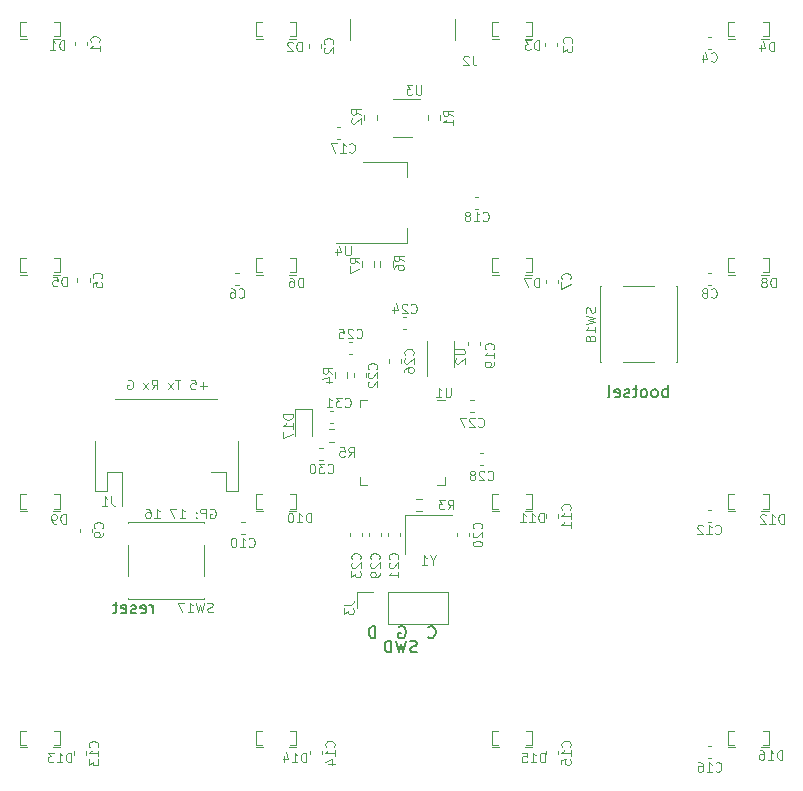
<source format=gbr>
%TF.GenerationSoftware,KiCad,Pcbnew,7.0.8-7.0.8~ubuntu22.04.1*%
%TF.CreationDate,2023-10-30T19:30:10-07:00*%
%TF.ProjectId,buttons,62757474-6f6e-4732-9e6b-696361645f70,rev?*%
%TF.SameCoordinates,Original*%
%TF.FileFunction,Legend,Bot*%
%TF.FilePolarity,Positive*%
%FSLAX46Y46*%
G04 Gerber Fmt 4.6, Leading zero omitted, Abs format (unit mm)*
G04 Created by KiCad (PCBNEW 7.0.8-7.0.8~ubuntu22.04.1) date 2023-10-30 19:30:10*
%MOMM*%
%LPD*%
G01*
G04 APERTURE LIST*
%ADD10C,0.150000*%
%ADD11C,0.100000*%
%ADD12C,0.120000*%
G04 APERTURE END LIST*
D10*
X151210839Y-117722200D02*
X151067982Y-117769819D01*
X151067982Y-117769819D02*
X150829887Y-117769819D01*
X150829887Y-117769819D02*
X150734649Y-117722200D01*
X150734649Y-117722200D02*
X150687030Y-117674580D01*
X150687030Y-117674580D02*
X150639411Y-117579342D01*
X150639411Y-117579342D02*
X150639411Y-117484104D01*
X150639411Y-117484104D02*
X150687030Y-117388866D01*
X150687030Y-117388866D02*
X150734649Y-117341247D01*
X150734649Y-117341247D02*
X150829887Y-117293628D01*
X150829887Y-117293628D02*
X151020363Y-117246009D01*
X151020363Y-117246009D02*
X151115601Y-117198390D01*
X151115601Y-117198390D02*
X151163220Y-117150771D01*
X151163220Y-117150771D02*
X151210839Y-117055533D01*
X151210839Y-117055533D02*
X151210839Y-116960295D01*
X151210839Y-116960295D02*
X151163220Y-116865057D01*
X151163220Y-116865057D02*
X151115601Y-116817438D01*
X151115601Y-116817438D02*
X151020363Y-116769819D01*
X151020363Y-116769819D02*
X150782268Y-116769819D01*
X150782268Y-116769819D02*
X150639411Y-116817438D01*
X150306077Y-116769819D02*
X150067982Y-117769819D01*
X150067982Y-117769819D02*
X149877506Y-117055533D01*
X149877506Y-117055533D02*
X149687030Y-117769819D01*
X149687030Y-117769819D02*
X149448935Y-116769819D01*
X149067982Y-117769819D02*
X149067982Y-116769819D01*
X149067982Y-116769819D02*
X148829887Y-116769819D01*
X148829887Y-116769819D02*
X148687030Y-116817438D01*
X148687030Y-116817438D02*
X148591792Y-116912676D01*
X148591792Y-116912676D02*
X148544173Y-117007914D01*
X148544173Y-117007914D02*
X148496554Y-117198390D01*
X148496554Y-117198390D02*
X148496554Y-117341247D01*
X148496554Y-117341247D02*
X148544173Y-117531723D01*
X148544173Y-117531723D02*
X148591792Y-117626961D01*
X148591792Y-117626961D02*
X148687030Y-117722200D01*
X148687030Y-117722200D02*
X148829887Y-117769819D01*
X148829887Y-117769819D02*
X149067982Y-117769819D01*
X152191792Y-116474580D02*
X152239411Y-116522200D01*
X152239411Y-116522200D02*
X152382268Y-116569819D01*
X152382268Y-116569819D02*
X152477506Y-116569819D01*
X152477506Y-116569819D02*
X152620363Y-116522200D01*
X152620363Y-116522200D02*
X152715601Y-116426961D01*
X152715601Y-116426961D02*
X152763220Y-116331723D01*
X152763220Y-116331723D02*
X152810839Y-116141247D01*
X152810839Y-116141247D02*
X152810839Y-115998390D01*
X152810839Y-115998390D02*
X152763220Y-115807914D01*
X152763220Y-115807914D02*
X152715601Y-115712676D01*
X152715601Y-115712676D02*
X152620363Y-115617438D01*
X152620363Y-115617438D02*
X152477506Y-115569819D01*
X152477506Y-115569819D02*
X152382268Y-115569819D01*
X152382268Y-115569819D02*
X152239411Y-115617438D01*
X152239411Y-115617438D02*
X152191792Y-115665057D01*
X149715601Y-115617438D02*
X149810839Y-115569819D01*
X149810839Y-115569819D02*
X149953696Y-115569819D01*
X149953696Y-115569819D02*
X150096553Y-115617438D01*
X150096553Y-115617438D02*
X150191791Y-115712676D01*
X150191791Y-115712676D02*
X150239410Y-115807914D01*
X150239410Y-115807914D02*
X150287029Y-115998390D01*
X150287029Y-115998390D02*
X150287029Y-116141247D01*
X150287029Y-116141247D02*
X150239410Y-116331723D01*
X150239410Y-116331723D02*
X150191791Y-116426961D01*
X150191791Y-116426961D02*
X150096553Y-116522200D01*
X150096553Y-116522200D02*
X149953696Y-116569819D01*
X149953696Y-116569819D02*
X149858458Y-116569819D01*
X149858458Y-116569819D02*
X149715601Y-116522200D01*
X149715601Y-116522200D02*
X149667982Y-116474580D01*
X149667982Y-116474580D02*
X149667982Y-116141247D01*
X149667982Y-116141247D02*
X149858458Y-116141247D01*
X147715600Y-116569819D02*
X147715600Y-115569819D01*
X147715600Y-115569819D02*
X147477505Y-115569819D01*
X147477505Y-115569819D02*
X147334648Y-115617438D01*
X147334648Y-115617438D02*
X147239410Y-115712676D01*
X147239410Y-115712676D02*
X147191791Y-115807914D01*
X147191791Y-115807914D02*
X147144172Y-115998390D01*
X147144172Y-115998390D02*
X147144172Y-116141247D01*
X147144172Y-116141247D02*
X147191791Y-116331723D01*
X147191791Y-116331723D02*
X147239410Y-116426961D01*
X147239410Y-116426961D02*
X147334648Y-116522200D01*
X147334648Y-116522200D02*
X147477505Y-116569819D01*
X147477505Y-116569819D02*
X147715600Y-116569819D01*
X172463220Y-96169819D02*
X172463220Y-95169819D01*
X172463220Y-95550771D02*
X172367982Y-95503152D01*
X172367982Y-95503152D02*
X172177506Y-95503152D01*
X172177506Y-95503152D02*
X172082268Y-95550771D01*
X172082268Y-95550771D02*
X172034649Y-95598390D01*
X172034649Y-95598390D02*
X171987030Y-95693628D01*
X171987030Y-95693628D02*
X171987030Y-95979342D01*
X171987030Y-95979342D02*
X172034649Y-96074580D01*
X172034649Y-96074580D02*
X172082268Y-96122200D01*
X172082268Y-96122200D02*
X172177506Y-96169819D01*
X172177506Y-96169819D02*
X172367982Y-96169819D01*
X172367982Y-96169819D02*
X172463220Y-96122200D01*
X171415601Y-96169819D02*
X171510839Y-96122200D01*
X171510839Y-96122200D02*
X171558458Y-96074580D01*
X171558458Y-96074580D02*
X171606077Y-95979342D01*
X171606077Y-95979342D02*
X171606077Y-95693628D01*
X171606077Y-95693628D02*
X171558458Y-95598390D01*
X171558458Y-95598390D02*
X171510839Y-95550771D01*
X171510839Y-95550771D02*
X171415601Y-95503152D01*
X171415601Y-95503152D02*
X171272744Y-95503152D01*
X171272744Y-95503152D02*
X171177506Y-95550771D01*
X171177506Y-95550771D02*
X171129887Y-95598390D01*
X171129887Y-95598390D02*
X171082268Y-95693628D01*
X171082268Y-95693628D02*
X171082268Y-95979342D01*
X171082268Y-95979342D02*
X171129887Y-96074580D01*
X171129887Y-96074580D02*
X171177506Y-96122200D01*
X171177506Y-96122200D02*
X171272744Y-96169819D01*
X171272744Y-96169819D02*
X171415601Y-96169819D01*
X170510839Y-96169819D02*
X170606077Y-96122200D01*
X170606077Y-96122200D02*
X170653696Y-96074580D01*
X170653696Y-96074580D02*
X170701315Y-95979342D01*
X170701315Y-95979342D02*
X170701315Y-95693628D01*
X170701315Y-95693628D02*
X170653696Y-95598390D01*
X170653696Y-95598390D02*
X170606077Y-95550771D01*
X170606077Y-95550771D02*
X170510839Y-95503152D01*
X170510839Y-95503152D02*
X170367982Y-95503152D01*
X170367982Y-95503152D02*
X170272744Y-95550771D01*
X170272744Y-95550771D02*
X170225125Y-95598390D01*
X170225125Y-95598390D02*
X170177506Y-95693628D01*
X170177506Y-95693628D02*
X170177506Y-95979342D01*
X170177506Y-95979342D02*
X170225125Y-96074580D01*
X170225125Y-96074580D02*
X170272744Y-96122200D01*
X170272744Y-96122200D02*
X170367982Y-96169819D01*
X170367982Y-96169819D02*
X170510839Y-96169819D01*
X169891791Y-95503152D02*
X169510839Y-95503152D01*
X169748934Y-95169819D02*
X169748934Y-96026961D01*
X169748934Y-96026961D02*
X169701315Y-96122200D01*
X169701315Y-96122200D02*
X169606077Y-96169819D01*
X169606077Y-96169819D02*
X169510839Y-96169819D01*
X169225124Y-96122200D02*
X169129886Y-96169819D01*
X169129886Y-96169819D02*
X168939410Y-96169819D01*
X168939410Y-96169819D02*
X168844172Y-96122200D01*
X168844172Y-96122200D02*
X168796553Y-96026961D01*
X168796553Y-96026961D02*
X168796553Y-95979342D01*
X168796553Y-95979342D02*
X168844172Y-95884104D01*
X168844172Y-95884104D02*
X168939410Y-95836485D01*
X168939410Y-95836485D02*
X169082267Y-95836485D01*
X169082267Y-95836485D02*
X169177505Y-95788866D01*
X169177505Y-95788866D02*
X169225124Y-95693628D01*
X169225124Y-95693628D02*
X169225124Y-95646009D01*
X169225124Y-95646009D02*
X169177505Y-95550771D01*
X169177505Y-95550771D02*
X169082267Y-95503152D01*
X169082267Y-95503152D02*
X168939410Y-95503152D01*
X168939410Y-95503152D02*
X168844172Y-95550771D01*
X167987029Y-96122200D02*
X168082267Y-96169819D01*
X168082267Y-96169819D02*
X168272743Y-96169819D01*
X168272743Y-96169819D02*
X168367981Y-96122200D01*
X168367981Y-96122200D02*
X168415600Y-96026961D01*
X168415600Y-96026961D02*
X168415600Y-95646009D01*
X168415600Y-95646009D02*
X168367981Y-95550771D01*
X168367981Y-95550771D02*
X168272743Y-95503152D01*
X168272743Y-95503152D02*
X168082267Y-95503152D01*
X168082267Y-95503152D02*
X167987029Y-95550771D01*
X167987029Y-95550771D02*
X167939410Y-95646009D01*
X167939410Y-95646009D02*
X167939410Y-95741247D01*
X167939410Y-95741247D02*
X168415600Y-95836485D01*
X167367981Y-96169819D02*
X167463219Y-96122200D01*
X167463219Y-96122200D02*
X167510838Y-96026961D01*
X167510838Y-96026961D02*
X167510838Y-95169819D01*
X128863220Y-114469819D02*
X128863220Y-113803152D01*
X128863220Y-113993628D02*
X128815601Y-113898390D01*
X128815601Y-113898390D02*
X128767982Y-113850771D01*
X128767982Y-113850771D02*
X128672744Y-113803152D01*
X128672744Y-113803152D02*
X128577506Y-113803152D01*
X127863220Y-114422200D02*
X127958458Y-114469819D01*
X127958458Y-114469819D02*
X128148934Y-114469819D01*
X128148934Y-114469819D02*
X128244172Y-114422200D01*
X128244172Y-114422200D02*
X128291791Y-114326961D01*
X128291791Y-114326961D02*
X128291791Y-113946009D01*
X128291791Y-113946009D02*
X128244172Y-113850771D01*
X128244172Y-113850771D02*
X128148934Y-113803152D01*
X128148934Y-113803152D02*
X127958458Y-113803152D01*
X127958458Y-113803152D02*
X127863220Y-113850771D01*
X127863220Y-113850771D02*
X127815601Y-113946009D01*
X127815601Y-113946009D02*
X127815601Y-114041247D01*
X127815601Y-114041247D02*
X128291791Y-114136485D01*
X127434648Y-114422200D02*
X127339410Y-114469819D01*
X127339410Y-114469819D02*
X127148934Y-114469819D01*
X127148934Y-114469819D02*
X127053696Y-114422200D01*
X127053696Y-114422200D02*
X127006077Y-114326961D01*
X127006077Y-114326961D02*
X127006077Y-114279342D01*
X127006077Y-114279342D02*
X127053696Y-114184104D01*
X127053696Y-114184104D02*
X127148934Y-114136485D01*
X127148934Y-114136485D02*
X127291791Y-114136485D01*
X127291791Y-114136485D02*
X127387029Y-114088866D01*
X127387029Y-114088866D02*
X127434648Y-113993628D01*
X127434648Y-113993628D02*
X127434648Y-113946009D01*
X127434648Y-113946009D02*
X127387029Y-113850771D01*
X127387029Y-113850771D02*
X127291791Y-113803152D01*
X127291791Y-113803152D02*
X127148934Y-113803152D01*
X127148934Y-113803152D02*
X127053696Y-113850771D01*
X126196553Y-114422200D02*
X126291791Y-114469819D01*
X126291791Y-114469819D02*
X126482267Y-114469819D01*
X126482267Y-114469819D02*
X126577505Y-114422200D01*
X126577505Y-114422200D02*
X126625124Y-114326961D01*
X126625124Y-114326961D02*
X126625124Y-113946009D01*
X126625124Y-113946009D02*
X126577505Y-113850771D01*
X126577505Y-113850771D02*
X126482267Y-113803152D01*
X126482267Y-113803152D02*
X126291791Y-113803152D01*
X126291791Y-113803152D02*
X126196553Y-113850771D01*
X126196553Y-113850771D02*
X126148934Y-113946009D01*
X126148934Y-113946009D02*
X126148934Y-114041247D01*
X126148934Y-114041247D02*
X126625124Y-114136485D01*
X125863219Y-113803152D02*
X125482267Y-113803152D01*
X125720362Y-113469819D02*
X125720362Y-114326961D01*
X125720362Y-114326961D02*
X125672743Y-114422200D01*
X125672743Y-114422200D02*
X125577505Y-114469819D01*
X125577505Y-114469819D02*
X125482267Y-114469819D01*
D11*
X133443734Y-95192133D02*
X132834211Y-95192133D01*
X133138972Y-95496895D02*
X133138972Y-94887371D01*
X132072306Y-94696895D02*
X132453258Y-94696895D01*
X132453258Y-94696895D02*
X132491354Y-95077847D01*
X132491354Y-95077847D02*
X132453258Y-95039752D01*
X132453258Y-95039752D02*
X132377068Y-95001657D01*
X132377068Y-95001657D02*
X132186592Y-95001657D01*
X132186592Y-95001657D02*
X132110401Y-95039752D01*
X132110401Y-95039752D02*
X132072306Y-95077847D01*
X132072306Y-95077847D02*
X132034211Y-95154038D01*
X132034211Y-95154038D02*
X132034211Y-95344514D01*
X132034211Y-95344514D02*
X132072306Y-95420704D01*
X132072306Y-95420704D02*
X132110401Y-95458800D01*
X132110401Y-95458800D02*
X132186592Y-95496895D01*
X132186592Y-95496895D02*
X132377068Y-95496895D01*
X132377068Y-95496895D02*
X132453258Y-95458800D01*
X132453258Y-95458800D02*
X132491354Y-95420704D01*
X131196115Y-94696895D02*
X130738972Y-94696895D01*
X130967544Y-95496895D02*
X130967544Y-94696895D01*
X130548496Y-95496895D02*
X130129448Y-94963561D01*
X130548496Y-94963561D02*
X130129448Y-95496895D01*
X128758019Y-95496895D02*
X129024686Y-95115942D01*
X129215162Y-95496895D02*
X129215162Y-94696895D01*
X129215162Y-94696895D02*
X128910400Y-94696895D01*
X128910400Y-94696895D02*
X128834210Y-94734990D01*
X128834210Y-94734990D02*
X128796115Y-94773085D01*
X128796115Y-94773085D02*
X128758019Y-94849276D01*
X128758019Y-94849276D02*
X128758019Y-94963561D01*
X128758019Y-94963561D02*
X128796115Y-95039752D01*
X128796115Y-95039752D02*
X128834210Y-95077847D01*
X128834210Y-95077847D02*
X128910400Y-95115942D01*
X128910400Y-95115942D02*
X129215162Y-95115942D01*
X128491353Y-95496895D02*
X128072305Y-94963561D01*
X128491353Y-94963561D02*
X128072305Y-95496895D01*
X126738972Y-94734990D02*
X126815162Y-94696895D01*
X126815162Y-94696895D02*
X126929448Y-94696895D01*
X126929448Y-94696895D02*
X127043734Y-94734990D01*
X127043734Y-94734990D02*
X127119924Y-94811180D01*
X127119924Y-94811180D02*
X127158019Y-94887371D01*
X127158019Y-94887371D02*
X127196115Y-95039752D01*
X127196115Y-95039752D02*
X127196115Y-95154038D01*
X127196115Y-95154038D02*
X127158019Y-95306419D01*
X127158019Y-95306419D02*
X127119924Y-95382609D01*
X127119924Y-95382609D02*
X127043734Y-95458800D01*
X127043734Y-95458800D02*
X126929448Y-95496895D01*
X126929448Y-95496895D02*
X126853257Y-95496895D01*
X126853257Y-95496895D02*
X126738972Y-95458800D01*
X126738972Y-95458800D02*
X126700876Y-95420704D01*
X126700876Y-95420704D02*
X126700876Y-95154038D01*
X126700876Y-95154038D02*
X126853257Y-95154038D01*
X133724687Y-105634990D02*
X133800877Y-105596895D01*
X133800877Y-105596895D02*
X133915163Y-105596895D01*
X133915163Y-105596895D02*
X134029449Y-105634990D01*
X134029449Y-105634990D02*
X134105639Y-105711180D01*
X134105639Y-105711180D02*
X134143734Y-105787371D01*
X134143734Y-105787371D02*
X134181830Y-105939752D01*
X134181830Y-105939752D02*
X134181830Y-106054038D01*
X134181830Y-106054038D02*
X134143734Y-106206419D01*
X134143734Y-106206419D02*
X134105639Y-106282609D01*
X134105639Y-106282609D02*
X134029449Y-106358800D01*
X134029449Y-106358800D02*
X133915163Y-106396895D01*
X133915163Y-106396895D02*
X133838972Y-106396895D01*
X133838972Y-106396895D02*
X133724687Y-106358800D01*
X133724687Y-106358800D02*
X133686591Y-106320704D01*
X133686591Y-106320704D02*
X133686591Y-106054038D01*
X133686591Y-106054038D02*
X133838972Y-106054038D01*
X133343734Y-106396895D02*
X133343734Y-105596895D01*
X133343734Y-105596895D02*
X133038972Y-105596895D01*
X133038972Y-105596895D02*
X132962782Y-105634990D01*
X132962782Y-105634990D02*
X132924687Y-105673085D01*
X132924687Y-105673085D02*
X132886591Y-105749276D01*
X132886591Y-105749276D02*
X132886591Y-105863561D01*
X132886591Y-105863561D02*
X132924687Y-105939752D01*
X132924687Y-105939752D02*
X132962782Y-105977847D01*
X132962782Y-105977847D02*
X133038972Y-106015942D01*
X133038972Y-106015942D02*
X133343734Y-106015942D01*
X132543734Y-106320704D02*
X132505639Y-106358800D01*
X132505639Y-106358800D02*
X132543734Y-106396895D01*
X132543734Y-106396895D02*
X132581830Y-106358800D01*
X132581830Y-106358800D02*
X132543734Y-106320704D01*
X132543734Y-106320704D02*
X132543734Y-106396895D01*
X132543734Y-105901657D02*
X132505639Y-105939752D01*
X132505639Y-105939752D02*
X132543734Y-105977847D01*
X132543734Y-105977847D02*
X132581830Y-105939752D01*
X132581830Y-105939752D02*
X132543734Y-105901657D01*
X132543734Y-105901657D02*
X132543734Y-105977847D01*
X131134211Y-106396895D02*
X131591354Y-106396895D01*
X131362782Y-106396895D02*
X131362782Y-105596895D01*
X131362782Y-105596895D02*
X131438973Y-105711180D01*
X131438973Y-105711180D02*
X131515163Y-105787371D01*
X131515163Y-105787371D02*
X131591354Y-105825466D01*
X130867544Y-105596895D02*
X130334210Y-105596895D01*
X130334210Y-105596895D02*
X130677068Y-106396895D01*
X129000877Y-106396895D02*
X129458020Y-106396895D01*
X129229448Y-106396895D02*
X129229448Y-105596895D01*
X129229448Y-105596895D02*
X129305639Y-105711180D01*
X129305639Y-105711180D02*
X129381829Y-105787371D01*
X129381829Y-105787371D02*
X129458020Y-105825466D01*
X128315162Y-105596895D02*
X128467543Y-105596895D01*
X128467543Y-105596895D02*
X128543734Y-105634990D01*
X128543734Y-105634990D02*
X128581829Y-105673085D01*
X128581829Y-105673085D02*
X128658019Y-105787371D01*
X128658019Y-105787371D02*
X128696115Y-105939752D01*
X128696115Y-105939752D02*
X128696115Y-106244514D01*
X128696115Y-106244514D02*
X128658019Y-106320704D01*
X128658019Y-106320704D02*
X128619924Y-106358800D01*
X128619924Y-106358800D02*
X128543734Y-106396895D01*
X128543734Y-106396895D02*
X128391353Y-106396895D01*
X128391353Y-106396895D02*
X128315162Y-106358800D01*
X128315162Y-106358800D02*
X128277067Y-106320704D01*
X128277067Y-106320704D02*
X128238972Y-106244514D01*
X128238972Y-106244514D02*
X128238972Y-106054038D01*
X128238972Y-106054038D02*
X128277067Y-105977847D01*
X128277067Y-105977847D02*
X128315162Y-105939752D01*
X128315162Y-105939752D02*
X128391353Y-105901657D01*
X128391353Y-105901657D02*
X128543734Y-105901657D01*
X128543734Y-105901657D02*
X128619924Y-105939752D01*
X128619924Y-105939752D02*
X128658019Y-105977847D01*
X128658019Y-105977847D02*
X128696115Y-106054038D01*
X161590475Y-66764895D02*
X161590475Y-65964895D01*
X161590475Y-65964895D02*
X161399999Y-65964895D01*
X161399999Y-65964895D02*
X161285713Y-66002990D01*
X161285713Y-66002990D02*
X161209523Y-66079180D01*
X161209523Y-66079180D02*
X161171428Y-66155371D01*
X161171428Y-66155371D02*
X161133332Y-66307752D01*
X161133332Y-66307752D02*
X161133332Y-66422038D01*
X161133332Y-66422038D02*
X161171428Y-66574419D01*
X161171428Y-66574419D02*
X161209523Y-66650609D01*
X161209523Y-66650609D02*
X161285713Y-66726800D01*
X161285713Y-66726800D02*
X161399999Y-66764895D01*
X161399999Y-66764895D02*
X161590475Y-66764895D01*
X160866666Y-65964895D02*
X160371428Y-65964895D01*
X160371428Y-65964895D02*
X160638094Y-66269657D01*
X160638094Y-66269657D02*
X160523809Y-66269657D01*
X160523809Y-66269657D02*
X160447618Y-66307752D01*
X160447618Y-66307752D02*
X160409523Y-66345847D01*
X160409523Y-66345847D02*
X160371428Y-66422038D01*
X160371428Y-66422038D02*
X160371428Y-66612514D01*
X160371428Y-66612514D02*
X160409523Y-66688704D01*
X160409523Y-66688704D02*
X160447618Y-66726800D01*
X160447618Y-66726800D02*
X160523809Y-66764895D01*
X160523809Y-66764895D02*
X160752380Y-66764895D01*
X160752380Y-66764895D02*
X160828571Y-66726800D01*
X160828571Y-66726800D02*
X160866666Y-66688704D01*
X154109523Y-95364895D02*
X154109523Y-96012514D01*
X154109523Y-96012514D02*
X154071428Y-96088704D01*
X154071428Y-96088704D02*
X154033333Y-96126800D01*
X154033333Y-96126800D02*
X153957142Y-96164895D01*
X153957142Y-96164895D02*
X153804761Y-96164895D01*
X153804761Y-96164895D02*
X153728571Y-96126800D01*
X153728571Y-96126800D02*
X153690476Y-96088704D01*
X153690476Y-96088704D02*
X153652380Y-96012514D01*
X153652380Y-96012514D02*
X153652380Y-95364895D01*
X152852381Y-96164895D02*
X153309524Y-96164895D01*
X153080952Y-96164895D02*
X153080952Y-95364895D01*
X153080952Y-95364895D02*
X153157143Y-95479180D01*
X153157143Y-95479180D02*
X153233333Y-95555371D01*
X153233333Y-95555371D02*
X153309524Y-95593466D01*
X145064895Y-113733333D02*
X145636323Y-113733333D01*
X145636323Y-113733333D02*
X145750609Y-113695238D01*
X145750609Y-113695238D02*
X145826800Y-113619047D01*
X145826800Y-113619047D02*
X145864895Y-113504762D01*
X145864895Y-113504762D02*
X145864895Y-113428571D01*
X145064895Y-114038095D02*
X145064895Y-114533333D01*
X145064895Y-114533333D02*
X145369657Y-114266667D01*
X145369657Y-114266667D02*
X145369657Y-114380952D01*
X145369657Y-114380952D02*
X145407752Y-114457143D01*
X145407752Y-114457143D02*
X145445847Y-114495238D01*
X145445847Y-114495238D02*
X145522038Y-114533333D01*
X145522038Y-114533333D02*
X145712514Y-114533333D01*
X145712514Y-114533333D02*
X145788704Y-114495238D01*
X145788704Y-114495238D02*
X145826800Y-114457143D01*
X145826800Y-114457143D02*
X145864895Y-114380952D01*
X145864895Y-114380952D02*
X145864895Y-114152381D01*
X145864895Y-114152381D02*
X145826800Y-114076190D01*
X145826800Y-114076190D02*
X145788704Y-114038095D01*
X151609523Y-69764895D02*
X151609523Y-70412514D01*
X151609523Y-70412514D02*
X151571428Y-70488704D01*
X151571428Y-70488704D02*
X151533333Y-70526800D01*
X151533333Y-70526800D02*
X151457142Y-70564895D01*
X151457142Y-70564895D02*
X151304761Y-70564895D01*
X151304761Y-70564895D02*
X151228571Y-70526800D01*
X151228571Y-70526800D02*
X151190476Y-70488704D01*
X151190476Y-70488704D02*
X151152380Y-70412514D01*
X151152380Y-70412514D02*
X151152380Y-69764895D01*
X150847619Y-69764895D02*
X150352381Y-69764895D01*
X150352381Y-69764895D02*
X150619047Y-70069657D01*
X150619047Y-70069657D02*
X150504762Y-70069657D01*
X150504762Y-70069657D02*
X150428571Y-70107752D01*
X150428571Y-70107752D02*
X150390476Y-70145847D01*
X150390476Y-70145847D02*
X150352381Y-70222038D01*
X150352381Y-70222038D02*
X150352381Y-70412514D01*
X150352381Y-70412514D02*
X150390476Y-70488704D01*
X150390476Y-70488704D02*
X150428571Y-70526800D01*
X150428571Y-70526800D02*
X150504762Y-70564895D01*
X150504762Y-70564895D02*
X150733333Y-70564895D01*
X150733333Y-70564895D02*
X150809524Y-70526800D01*
X150809524Y-70526800D02*
X150847619Y-70488704D01*
X133947619Y-114326800D02*
X133833333Y-114364895D01*
X133833333Y-114364895D02*
X133642857Y-114364895D01*
X133642857Y-114364895D02*
X133566666Y-114326800D01*
X133566666Y-114326800D02*
X133528571Y-114288704D01*
X133528571Y-114288704D02*
X133490476Y-114212514D01*
X133490476Y-114212514D02*
X133490476Y-114136323D01*
X133490476Y-114136323D02*
X133528571Y-114060133D01*
X133528571Y-114060133D02*
X133566666Y-114022038D01*
X133566666Y-114022038D02*
X133642857Y-113983942D01*
X133642857Y-113983942D02*
X133795238Y-113945847D01*
X133795238Y-113945847D02*
X133871428Y-113907752D01*
X133871428Y-113907752D02*
X133909523Y-113869657D01*
X133909523Y-113869657D02*
X133947619Y-113793466D01*
X133947619Y-113793466D02*
X133947619Y-113717276D01*
X133947619Y-113717276D02*
X133909523Y-113641085D01*
X133909523Y-113641085D02*
X133871428Y-113602990D01*
X133871428Y-113602990D02*
X133795238Y-113564895D01*
X133795238Y-113564895D02*
X133604761Y-113564895D01*
X133604761Y-113564895D02*
X133490476Y-113602990D01*
X133223809Y-113564895D02*
X133033333Y-114364895D01*
X133033333Y-114364895D02*
X132880952Y-113793466D01*
X132880952Y-113793466D02*
X132728571Y-114364895D01*
X132728571Y-114364895D02*
X132538095Y-113564895D01*
X131814285Y-114364895D02*
X132271428Y-114364895D01*
X132042856Y-114364895D02*
X132042856Y-113564895D01*
X132042856Y-113564895D02*
X132119047Y-113679180D01*
X132119047Y-113679180D02*
X132195237Y-113755371D01*
X132195237Y-113755371D02*
X132271428Y-113793466D01*
X131547618Y-113564895D02*
X131014284Y-113564895D01*
X131014284Y-113564895D02*
X131357142Y-114364895D01*
X164188704Y-105710714D02*
X164226800Y-105672618D01*
X164226800Y-105672618D02*
X164264895Y-105558333D01*
X164264895Y-105558333D02*
X164264895Y-105482142D01*
X164264895Y-105482142D02*
X164226800Y-105367856D01*
X164226800Y-105367856D02*
X164150609Y-105291666D01*
X164150609Y-105291666D02*
X164074419Y-105253571D01*
X164074419Y-105253571D02*
X163922038Y-105215475D01*
X163922038Y-105215475D02*
X163807752Y-105215475D01*
X163807752Y-105215475D02*
X163655371Y-105253571D01*
X163655371Y-105253571D02*
X163579180Y-105291666D01*
X163579180Y-105291666D02*
X163502990Y-105367856D01*
X163502990Y-105367856D02*
X163464895Y-105482142D01*
X163464895Y-105482142D02*
X163464895Y-105558333D01*
X163464895Y-105558333D02*
X163502990Y-105672618D01*
X163502990Y-105672618D02*
X163541085Y-105710714D01*
X164264895Y-106472618D02*
X164264895Y-106015475D01*
X164264895Y-106244047D02*
X163464895Y-106244047D01*
X163464895Y-106244047D02*
X163579180Y-106167856D01*
X163579180Y-106167856D02*
X163655371Y-106091666D01*
X163655371Y-106091666D02*
X163693466Y-106015475D01*
X164264895Y-107234523D02*
X164264895Y-106777380D01*
X164264895Y-107005952D02*
X163464895Y-107005952D01*
X163464895Y-107005952D02*
X163579180Y-106929761D01*
X163579180Y-106929761D02*
X163655371Y-106853571D01*
X163655371Y-106853571D02*
X163693466Y-106777380D01*
X157214285Y-103118704D02*
X157252381Y-103156800D01*
X157252381Y-103156800D02*
X157366666Y-103194895D01*
X157366666Y-103194895D02*
X157442857Y-103194895D01*
X157442857Y-103194895D02*
X157557143Y-103156800D01*
X157557143Y-103156800D02*
X157633333Y-103080609D01*
X157633333Y-103080609D02*
X157671428Y-103004419D01*
X157671428Y-103004419D02*
X157709524Y-102852038D01*
X157709524Y-102852038D02*
X157709524Y-102737752D01*
X157709524Y-102737752D02*
X157671428Y-102585371D01*
X157671428Y-102585371D02*
X157633333Y-102509180D01*
X157633333Y-102509180D02*
X157557143Y-102432990D01*
X157557143Y-102432990D02*
X157442857Y-102394895D01*
X157442857Y-102394895D02*
X157366666Y-102394895D01*
X157366666Y-102394895D02*
X157252381Y-102432990D01*
X157252381Y-102432990D02*
X157214285Y-102471085D01*
X156909524Y-102471085D02*
X156871428Y-102432990D01*
X156871428Y-102432990D02*
X156795238Y-102394895D01*
X156795238Y-102394895D02*
X156604762Y-102394895D01*
X156604762Y-102394895D02*
X156528571Y-102432990D01*
X156528571Y-102432990D02*
X156490476Y-102471085D01*
X156490476Y-102471085D02*
X156452381Y-102547276D01*
X156452381Y-102547276D02*
X156452381Y-102623466D01*
X156452381Y-102623466D02*
X156490476Y-102737752D01*
X156490476Y-102737752D02*
X156947619Y-103194895D01*
X156947619Y-103194895D02*
X156452381Y-103194895D01*
X155995238Y-102737752D02*
X156071428Y-102699657D01*
X156071428Y-102699657D02*
X156109523Y-102661561D01*
X156109523Y-102661561D02*
X156147619Y-102585371D01*
X156147619Y-102585371D02*
X156147619Y-102547276D01*
X156147619Y-102547276D02*
X156109523Y-102471085D01*
X156109523Y-102471085D02*
X156071428Y-102432990D01*
X156071428Y-102432990D02*
X155995238Y-102394895D01*
X155995238Y-102394895D02*
X155842857Y-102394895D01*
X155842857Y-102394895D02*
X155766666Y-102432990D01*
X155766666Y-102432990D02*
X155728571Y-102471085D01*
X155728571Y-102471085D02*
X155690476Y-102547276D01*
X155690476Y-102547276D02*
X155690476Y-102585371D01*
X155690476Y-102585371D02*
X155728571Y-102661561D01*
X155728571Y-102661561D02*
X155766666Y-102699657D01*
X155766666Y-102699657D02*
X155842857Y-102737752D01*
X155842857Y-102737752D02*
X155995238Y-102737752D01*
X155995238Y-102737752D02*
X156071428Y-102775847D01*
X156071428Y-102775847D02*
X156109523Y-102813942D01*
X156109523Y-102813942D02*
X156147619Y-102890133D01*
X156147619Y-102890133D02*
X156147619Y-103042514D01*
X156147619Y-103042514D02*
X156109523Y-103118704D01*
X156109523Y-103118704D02*
X156071428Y-103156800D01*
X156071428Y-103156800D02*
X155995238Y-103194895D01*
X155995238Y-103194895D02*
X155842857Y-103194895D01*
X155842857Y-103194895D02*
X155766666Y-103156800D01*
X155766666Y-103156800D02*
X155728571Y-103118704D01*
X155728571Y-103118704D02*
X155690476Y-103042514D01*
X155690476Y-103042514D02*
X155690476Y-102890133D01*
X155690476Y-102890133D02*
X155728571Y-102813942D01*
X155728571Y-102813942D02*
X155766666Y-102775847D01*
X155766666Y-102775847D02*
X155842857Y-102737752D01*
X161971428Y-106764895D02*
X161971428Y-105964895D01*
X161971428Y-105964895D02*
X161780952Y-105964895D01*
X161780952Y-105964895D02*
X161666666Y-106002990D01*
X161666666Y-106002990D02*
X161590476Y-106079180D01*
X161590476Y-106079180D02*
X161552381Y-106155371D01*
X161552381Y-106155371D02*
X161514285Y-106307752D01*
X161514285Y-106307752D02*
X161514285Y-106422038D01*
X161514285Y-106422038D02*
X161552381Y-106574419D01*
X161552381Y-106574419D02*
X161590476Y-106650609D01*
X161590476Y-106650609D02*
X161666666Y-106726800D01*
X161666666Y-106726800D02*
X161780952Y-106764895D01*
X161780952Y-106764895D02*
X161971428Y-106764895D01*
X160752381Y-106764895D02*
X161209524Y-106764895D01*
X160980952Y-106764895D02*
X160980952Y-105964895D01*
X160980952Y-105964895D02*
X161057143Y-106079180D01*
X161057143Y-106079180D02*
X161133333Y-106155371D01*
X161133333Y-106155371D02*
X161209524Y-106193466D01*
X159990476Y-106764895D02*
X160447619Y-106764895D01*
X160219047Y-106764895D02*
X160219047Y-105964895D01*
X160219047Y-105964895D02*
X160295238Y-106079180D01*
X160295238Y-106079180D02*
X160371428Y-106155371D01*
X160371428Y-106155371D02*
X160447619Y-106193466D01*
X155966666Y-67264895D02*
X155966666Y-67836323D01*
X155966666Y-67836323D02*
X156004761Y-67950609D01*
X156004761Y-67950609D02*
X156080952Y-68026800D01*
X156080952Y-68026800D02*
X156195237Y-68064895D01*
X156195237Y-68064895D02*
X156271428Y-68064895D01*
X155623809Y-67341085D02*
X155585713Y-67302990D01*
X155585713Y-67302990D02*
X155509523Y-67264895D01*
X155509523Y-67264895D02*
X155319047Y-67264895D01*
X155319047Y-67264895D02*
X155242856Y-67302990D01*
X155242856Y-67302990D02*
X155204761Y-67341085D01*
X155204761Y-67341085D02*
X155166666Y-67417276D01*
X155166666Y-67417276D02*
X155166666Y-67493466D01*
X155166666Y-67493466D02*
X155204761Y-67607752D01*
X155204761Y-67607752D02*
X155661904Y-68064895D01*
X155661904Y-68064895D02*
X155166666Y-68064895D01*
X121971428Y-127064895D02*
X121971428Y-126264895D01*
X121971428Y-126264895D02*
X121780952Y-126264895D01*
X121780952Y-126264895D02*
X121666666Y-126302990D01*
X121666666Y-126302990D02*
X121590476Y-126379180D01*
X121590476Y-126379180D02*
X121552381Y-126455371D01*
X121552381Y-126455371D02*
X121514285Y-126607752D01*
X121514285Y-126607752D02*
X121514285Y-126722038D01*
X121514285Y-126722038D02*
X121552381Y-126874419D01*
X121552381Y-126874419D02*
X121590476Y-126950609D01*
X121590476Y-126950609D02*
X121666666Y-127026800D01*
X121666666Y-127026800D02*
X121780952Y-127064895D01*
X121780952Y-127064895D02*
X121971428Y-127064895D01*
X120752381Y-127064895D02*
X121209524Y-127064895D01*
X120980952Y-127064895D02*
X120980952Y-126264895D01*
X120980952Y-126264895D02*
X121057143Y-126379180D01*
X121057143Y-126379180D02*
X121133333Y-126455371D01*
X121133333Y-126455371D02*
X121209524Y-126493466D01*
X120485714Y-126264895D02*
X119990476Y-126264895D01*
X119990476Y-126264895D02*
X120257142Y-126569657D01*
X120257142Y-126569657D02*
X120142857Y-126569657D01*
X120142857Y-126569657D02*
X120066666Y-126607752D01*
X120066666Y-126607752D02*
X120028571Y-126645847D01*
X120028571Y-126645847D02*
X119990476Y-126722038D01*
X119990476Y-126722038D02*
X119990476Y-126912514D01*
X119990476Y-126912514D02*
X120028571Y-126988704D01*
X120028571Y-126988704D02*
X120066666Y-127026800D01*
X120066666Y-127026800D02*
X120142857Y-127064895D01*
X120142857Y-127064895D02*
X120371428Y-127064895D01*
X120371428Y-127064895D02*
X120447619Y-127026800D01*
X120447619Y-127026800D02*
X120485714Y-126988704D01*
X145514285Y-75388704D02*
X145552381Y-75426800D01*
X145552381Y-75426800D02*
X145666666Y-75464895D01*
X145666666Y-75464895D02*
X145742857Y-75464895D01*
X145742857Y-75464895D02*
X145857143Y-75426800D01*
X145857143Y-75426800D02*
X145933333Y-75350609D01*
X145933333Y-75350609D02*
X145971428Y-75274419D01*
X145971428Y-75274419D02*
X146009524Y-75122038D01*
X146009524Y-75122038D02*
X146009524Y-75007752D01*
X146009524Y-75007752D02*
X145971428Y-74855371D01*
X145971428Y-74855371D02*
X145933333Y-74779180D01*
X145933333Y-74779180D02*
X145857143Y-74702990D01*
X145857143Y-74702990D02*
X145742857Y-74664895D01*
X145742857Y-74664895D02*
X145666666Y-74664895D01*
X145666666Y-74664895D02*
X145552381Y-74702990D01*
X145552381Y-74702990D02*
X145514285Y-74741085D01*
X144752381Y-75464895D02*
X145209524Y-75464895D01*
X144980952Y-75464895D02*
X144980952Y-74664895D01*
X144980952Y-74664895D02*
X145057143Y-74779180D01*
X145057143Y-74779180D02*
X145133333Y-74855371D01*
X145133333Y-74855371D02*
X145209524Y-74893466D01*
X144485714Y-74664895D02*
X143952380Y-74664895D01*
X143952380Y-74664895D02*
X144295238Y-75464895D01*
X146364895Y-84816667D02*
X145983942Y-84550000D01*
X146364895Y-84359524D02*
X145564895Y-84359524D01*
X145564895Y-84359524D02*
X145564895Y-84664286D01*
X145564895Y-84664286D02*
X145602990Y-84740476D01*
X145602990Y-84740476D02*
X145641085Y-84778571D01*
X145641085Y-84778571D02*
X145717276Y-84816667D01*
X145717276Y-84816667D02*
X145831561Y-84816667D01*
X145831561Y-84816667D02*
X145907752Y-84778571D01*
X145907752Y-84778571D02*
X145945847Y-84740476D01*
X145945847Y-84740476D02*
X145983942Y-84664286D01*
X145983942Y-84664286D02*
X145983942Y-84359524D01*
X145564895Y-85083333D02*
X145564895Y-85616667D01*
X145564895Y-85616667D02*
X146364895Y-85273809D01*
X141490475Y-66864895D02*
X141490475Y-66064895D01*
X141490475Y-66064895D02*
X141299999Y-66064895D01*
X141299999Y-66064895D02*
X141185713Y-66102990D01*
X141185713Y-66102990D02*
X141109523Y-66179180D01*
X141109523Y-66179180D02*
X141071428Y-66255371D01*
X141071428Y-66255371D02*
X141033332Y-66407752D01*
X141033332Y-66407752D02*
X141033332Y-66522038D01*
X141033332Y-66522038D02*
X141071428Y-66674419D01*
X141071428Y-66674419D02*
X141109523Y-66750609D01*
X141109523Y-66750609D02*
X141185713Y-66826800D01*
X141185713Y-66826800D02*
X141299999Y-66864895D01*
X141299999Y-66864895D02*
X141490475Y-66864895D01*
X140728571Y-66141085D02*
X140690475Y-66102990D01*
X140690475Y-66102990D02*
X140614285Y-66064895D01*
X140614285Y-66064895D02*
X140423809Y-66064895D01*
X140423809Y-66064895D02*
X140347618Y-66102990D01*
X140347618Y-66102990D02*
X140309523Y-66141085D01*
X140309523Y-66141085D02*
X140271428Y-66217276D01*
X140271428Y-66217276D02*
X140271428Y-66293466D01*
X140271428Y-66293466D02*
X140309523Y-66407752D01*
X140309523Y-66407752D02*
X140766666Y-66864895D01*
X140766666Y-66864895D02*
X140271428Y-66864895D01*
X176514285Y-127788704D02*
X176552381Y-127826800D01*
X176552381Y-127826800D02*
X176666666Y-127864895D01*
X176666666Y-127864895D02*
X176742857Y-127864895D01*
X176742857Y-127864895D02*
X176857143Y-127826800D01*
X176857143Y-127826800D02*
X176933333Y-127750609D01*
X176933333Y-127750609D02*
X176971428Y-127674419D01*
X176971428Y-127674419D02*
X177009524Y-127522038D01*
X177009524Y-127522038D02*
X177009524Y-127407752D01*
X177009524Y-127407752D02*
X176971428Y-127255371D01*
X176971428Y-127255371D02*
X176933333Y-127179180D01*
X176933333Y-127179180D02*
X176857143Y-127102990D01*
X176857143Y-127102990D02*
X176742857Y-127064895D01*
X176742857Y-127064895D02*
X176666666Y-127064895D01*
X176666666Y-127064895D02*
X176552381Y-127102990D01*
X176552381Y-127102990D02*
X176514285Y-127141085D01*
X175752381Y-127864895D02*
X176209524Y-127864895D01*
X175980952Y-127864895D02*
X175980952Y-127064895D01*
X175980952Y-127064895D02*
X176057143Y-127179180D01*
X176057143Y-127179180D02*
X176133333Y-127255371D01*
X176133333Y-127255371D02*
X176209524Y-127293466D01*
X175066666Y-127064895D02*
X175219047Y-127064895D01*
X175219047Y-127064895D02*
X175295238Y-127102990D01*
X175295238Y-127102990D02*
X175333333Y-127141085D01*
X175333333Y-127141085D02*
X175409523Y-127255371D01*
X175409523Y-127255371D02*
X175447619Y-127407752D01*
X175447619Y-127407752D02*
X175447619Y-127712514D01*
X175447619Y-127712514D02*
X175409523Y-127788704D01*
X175409523Y-127788704D02*
X175371428Y-127826800D01*
X175371428Y-127826800D02*
X175295238Y-127864895D01*
X175295238Y-127864895D02*
X175142857Y-127864895D01*
X175142857Y-127864895D02*
X175066666Y-127826800D01*
X175066666Y-127826800D02*
X175028571Y-127788704D01*
X175028571Y-127788704D02*
X174990476Y-127712514D01*
X174990476Y-127712514D02*
X174990476Y-127522038D01*
X174990476Y-127522038D02*
X175028571Y-127445847D01*
X175028571Y-127445847D02*
X175066666Y-127407752D01*
X175066666Y-127407752D02*
X175142857Y-127369657D01*
X175142857Y-127369657D02*
X175295238Y-127369657D01*
X175295238Y-127369657D02*
X175371428Y-127407752D01*
X175371428Y-127407752D02*
X175409523Y-127445847D01*
X175409523Y-127445847D02*
X175447619Y-127522038D01*
X144188704Y-125760714D02*
X144226800Y-125722618D01*
X144226800Y-125722618D02*
X144264895Y-125608333D01*
X144264895Y-125608333D02*
X144264895Y-125532142D01*
X144264895Y-125532142D02*
X144226800Y-125417856D01*
X144226800Y-125417856D02*
X144150609Y-125341666D01*
X144150609Y-125341666D02*
X144074419Y-125303571D01*
X144074419Y-125303571D02*
X143922038Y-125265475D01*
X143922038Y-125265475D02*
X143807752Y-125265475D01*
X143807752Y-125265475D02*
X143655371Y-125303571D01*
X143655371Y-125303571D02*
X143579180Y-125341666D01*
X143579180Y-125341666D02*
X143502990Y-125417856D01*
X143502990Y-125417856D02*
X143464895Y-125532142D01*
X143464895Y-125532142D02*
X143464895Y-125608333D01*
X143464895Y-125608333D02*
X143502990Y-125722618D01*
X143502990Y-125722618D02*
X143541085Y-125760714D01*
X144264895Y-126522618D02*
X144264895Y-126065475D01*
X144264895Y-126294047D02*
X143464895Y-126294047D01*
X143464895Y-126294047D02*
X143579180Y-126217856D01*
X143579180Y-126217856D02*
X143655371Y-126141666D01*
X143655371Y-126141666D02*
X143693466Y-126065475D01*
X143731561Y-127208333D02*
X144264895Y-127208333D01*
X143426800Y-127017857D02*
X143998228Y-126827380D01*
X143998228Y-126827380D02*
X143998228Y-127322619D01*
X182171428Y-126864895D02*
X182171428Y-126064895D01*
X182171428Y-126064895D02*
X181980952Y-126064895D01*
X181980952Y-126064895D02*
X181866666Y-126102990D01*
X181866666Y-126102990D02*
X181790476Y-126179180D01*
X181790476Y-126179180D02*
X181752381Y-126255371D01*
X181752381Y-126255371D02*
X181714285Y-126407752D01*
X181714285Y-126407752D02*
X181714285Y-126522038D01*
X181714285Y-126522038D02*
X181752381Y-126674419D01*
X181752381Y-126674419D02*
X181790476Y-126750609D01*
X181790476Y-126750609D02*
X181866666Y-126826800D01*
X181866666Y-126826800D02*
X181980952Y-126864895D01*
X181980952Y-126864895D02*
X182171428Y-126864895D01*
X180952381Y-126864895D02*
X181409524Y-126864895D01*
X181180952Y-126864895D02*
X181180952Y-126064895D01*
X181180952Y-126064895D02*
X181257143Y-126179180D01*
X181257143Y-126179180D02*
X181333333Y-126255371D01*
X181333333Y-126255371D02*
X181409524Y-126293466D01*
X180266666Y-126064895D02*
X180419047Y-126064895D01*
X180419047Y-126064895D02*
X180495238Y-126102990D01*
X180495238Y-126102990D02*
X180533333Y-126141085D01*
X180533333Y-126141085D02*
X180609523Y-126255371D01*
X180609523Y-126255371D02*
X180647619Y-126407752D01*
X180647619Y-126407752D02*
X180647619Y-126712514D01*
X180647619Y-126712514D02*
X180609523Y-126788704D01*
X180609523Y-126788704D02*
X180571428Y-126826800D01*
X180571428Y-126826800D02*
X180495238Y-126864895D01*
X180495238Y-126864895D02*
X180342857Y-126864895D01*
X180342857Y-126864895D02*
X180266666Y-126826800D01*
X180266666Y-126826800D02*
X180228571Y-126788704D01*
X180228571Y-126788704D02*
X180190476Y-126712514D01*
X180190476Y-126712514D02*
X180190476Y-126522038D01*
X180190476Y-126522038D02*
X180228571Y-126445847D01*
X180228571Y-126445847D02*
X180266666Y-126407752D01*
X180266666Y-126407752D02*
X180342857Y-126369657D01*
X180342857Y-126369657D02*
X180495238Y-126369657D01*
X180495238Y-126369657D02*
X180571428Y-126407752D01*
X180571428Y-126407752D02*
X180609523Y-126445847D01*
X180609523Y-126445847D02*
X180647619Y-126522038D01*
X149588704Y-109885714D02*
X149626800Y-109847618D01*
X149626800Y-109847618D02*
X149664895Y-109733333D01*
X149664895Y-109733333D02*
X149664895Y-109657142D01*
X149664895Y-109657142D02*
X149626800Y-109542856D01*
X149626800Y-109542856D02*
X149550609Y-109466666D01*
X149550609Y-109466666D02*
X149474419Y-109428571D01*
X149474419Y-109428571D02*
X149322038Y-109390475D01*
X149322038Y-109390475D02*
X149207752Y-109390475D01*
X149207752Y-109390475D02*
X149055371Y-109428571D01*
X149055371Y-109428571D02*
X148979180Y-109466666D01*
X148979180Y-109466666D02*
X148902990Y-109542856D01*
X148902990Y-109542856D02*
X148864895Y-109657142D01*
X148864895Y-109657142D02*
X148864895Y-109733333D01*
X148864895Y-109733333D02*
X148902990Y-109847618D01*
X148902990Y-109847618D02*
X148941085Y-109885714D01*
X148941085Y-110190475D02*
X148902990Y-110228571D01*
X148902990Y-110228571D02*
X148864895Y-110304761D01*
X148864895Y-110304761D02*
X148864895Y-110495237D01*
X148864895Y-110495237D02*
X148902990Y-110571428D01*
X148902990Y-110571428D02*
X148941085Y-110609523D01*
X148941085Y-110609523D02*
X149017276Y-110647618D01*
X149017276Y-110647618D02*
X149093466Y-110647618D01*
X149093466Y-110647618D02*
X149207752Y-110609523D01*
X149207752Y-110609523D02*
X149664895Y-110152380D01*
X149664895Y-110152380D02*
X149664895Y-110647618D01*
X149664895Y-111409523D02*
X149664895Y-110952380D01*
X149664895Y-111180952D02*
X148864895Y-111180952D01*
X148864895Y-111180952D02*
X148979180Y-111104761D01*
X148979180Y-111104761D02*
X149055371Y-111028571D01*
X149055371Y-111028571D02*
X149093466Y-110952380D01*
X144088704Y-66266667D02*
X144126800Y-66228571D01*
X144126800Y-66228571D02*
X144164895Y-66114286D01*
X144164895Y-66114286D02*
X144164895Y-66038095D01*
X144164895Y-66038095D02*
X144126800Y-65923809D01*
X144126800Y-65923809D02*
X144050609Y-65847619D01*
X144050609Y-65847619D02*
X143974419Y-65809524D01*
X143974419Y-65809524D02*
X143822038Y-65771428D01*
X143822038Y-65771428D02*
X143707752Y-65771428D01*
X143707752Y-65771428D02*
X143555371Y-65809524D01*
X143555371Y-65809524D02*
X143479180Y-65847619D01*
X143479180Y-65847619D02*
X143402990Y-65923809D01*
X143402990Y-65923809D02*
X143364895Y-66038095D01*
X143364895Y-66038095D02*
X143364895Y-66114286D01*
X143364895Y-66114286D02*
X143402990Y-66228571D01*
X143402990Y-66228571D02*
X143441085Y-66266667D01*
X143441085Y-66571428D02*
X143402990Y-66609524D01*
X143402990Y-66609524D02*
X143364895Y-66685714D01*
X143364895Y-66685714D02*
X143364895Y-66876190D01*
X143364895Y-66876190D02*
X143402990Y-66952381D01*
X143402990Y-66952381D02*
X143441085Y-66990476D01*
X143441085Y-66990476D02*
X143517276Y-67028571D01*
X143517276Y-67028571D02*
X143593466Y-67028571D01*
X143593466Y-67028571D02*
X143707752Y-66990476D01*
X143707752Y-66990476D02*
X144164895Y-66533333D01*
X144164895Y-66533333D02*
X144164895Y-67028571D01*
X156414285Y-98618704D02*
X156452381Y-98656800D01*
X156452381Y-98656800D02*
X156566666Y-98694895D01*
X156566666Y-98694895D02*
X156642857Y-98694895D01*
X156642857Y-98694895D02*
X156757143Y-98656800D01*
X156757143Y-98656800D02*
X156833333Y-98580609D01*
X156833333Y-98580609D02*
X156871428Y-98504419D01*
X156871428Y-98504419D02*
X156909524Y-98352038D01*
X156909524Y-98352038D02*
X156909524Y-98237752D01*
X156909524Y-98237752D02*
X156871428Y-98085371D01*
X156871428Y-98085371D02*
X156833333Y-98009180D01*
X156833333Y-98009180D02*
X156757143Y-97932990D01*
X156757143Y-97932990D02*
X156642857Y-97894895D01*
X156642857Y-97894895D02*
X156566666Y-97894895D01*
X156566666Y-97894895D02*
X156452381Y-97932990D01*
X156452381Y-97932990D02*
X156414285Y-97971085D01*
X156109524Y-97971085D02*
X156071428Y-97932990D01*
X156071428Y-97932990D02*
X155995238Y-97894895D01*
X155995238Y-97894895D02*
X155804762Y-97894895D01*
X155804762Y-97894895D02*
X155728571Y-97932990D01*
X155728571Y-97932990D02*
X155690476Y-97971085D01*
X155690476Y-97971085D02*
X155652381Y-98047276D01*
X155652381Y-98047276D02*
X155652381Y-98123466D01*
X155652381Y-98123466D02*
X155690476Y-98237752D01*
X155690476Y-98237752D02*
X156147619Y-98694895D01*
X156147619Y-98694895D02*
X155652381Y-98694895D01*
X155385714Y-97894895D02*
X154852380Y-97894895D01*
X154852380Y-97894895D02*
X155195238Y-98694895D01*
X181590475Y-86864895D02*
X181590475Y-86064895D01*
X181590475Y-86064895D02*
X181399999Y-86064895D01*
X181399999Y-86064895D02*
X181285713Y-86102990D01*
X181285713Y-86102990D02*
X181209523Y-86179180D01*
X181209523Y-86179180D02*
X181171428Y-86255371D01*
X181171428Y-86255371D02*
X181133332Y-86407752D01*
X181133332Y-86407752D02*
X181133332Y-86522038D01*
X181133332Y-86522038D02*
X181171428Y-86674419D01*
X181171428Y-86674419D02*
X181209523Y-86750609D01*
X181209523Y-86750609D02*
X181285713Y-86826800D01*
X181285713Y-86826800D02*
X181399999Y-86864895D01*
X181399999Y-86864895D02*
X181590475Y-86864895D01*
X180676190Y-86407752D02*
X180752380Y-86369657D01*
X180752380Y-86369657D02*
X180790475Y-86331561D01*
X180790475Y-86331561D02*
X180828571Y-86255371D01*
X180828571Y-86255371D02*
X180828571Y-86217276D01*
X180828571Y-86217276D02*
X180790475Y-86141085D01*
X180790475Y-86141085D02*
X180752380Y-86102990D01*
X180752380Y-86102990D02*
X180676190Y-86064895D01*
X180676190Y-86064895D02*
X180523809Y-86064895D01*
X180523809Y-86064895D02*
X180447618Y-86102990D01*
X180447618Y-86102990D02*
X180409523Y-86141085D01*
X180409523Y-86141085D02*
X180371428Y-86217276D01*
X180371428Y-86217276D02*
X180371428Y-86255371D01*
X180371428Y-86255371D02*
X180409523Y-86331561D01*
X180409523Y-86331561D02*
X180447618Y-86369657D01*
X180447618Y-86369657D02*
X180523809Y-86407752D01*
X180523809Y-86407752D02*
X180676190Y-86407752D01*
X180676190Y-86407752D02*
X180752380Y-86445847D01*
X180752380Y-86445847D02*
X180790475Y-86483942D01*
X180790475Y-86483942D02*
X180828571Y-86560133D01*
X180828571Y-86560133D02*
X180828571Y-86712514D01*
X180828571Y-86712514D02*
X180790475Y-86788704D01*
X180790475Y-86788704D02*
X180752380Y-86826800D01*
X180752380Y-86826800D02*
X180676190Y-86864895D01*
X180676190Y-86864895D02*
X180523809Y-86864895D01*
X180523809Y-86864895D02*
X180447618Y-86826800D01*
X180447618Y-86826800D02*
X180409523Y-86788704D01*
X180409523Y-86788704D02*
X180371428Y-86712514D01*
X180371428Y-86712514D02*
X180371428Y-86560133D01*
X180371428Y-86560133D02*
X180409523Y-86483942D01*
X180409523Y-86483942D02*
X180447618Y-86445847D01*
X180447618Y-86445847D02*
X180523809Y-86407752D01*
X141590475Y-86864895D02*
X141590475Y-86064895D01*
X141590475Y-86064895D02*
X141399999Y-86064895D01*
X141399999Y-86064895D02*
X141285713Y-86102990D01*
X141285713Y-86102990D02*
X141209523Y-86179180D01*
X141209523Y-86179180D02*
X141171428Y-86255371D01*
X141171428Y-86255371D02*
X141133332Y-86407752D01*
X141133332Y-86407752D02*
X141133332Y-86522038D01*
X141133332Y-86522038D02*
X141171428Y-86674419D01*
X141171428Y-86674419D02*
X141209523Y-86750609D01*
X141209523Y-86750609D02*
X141285713Y-86826800D01*
X141285713Y-86826800D02*
X141399999Y-86864895D01*
X141399999Y-86864895D02*
X141590475Y-86864895D01*
X140447618Y-86064895D02*
X140599999Y-86064895D01*
X140599999Y-86064895D02*
X140676190Y-86102990D01*
X140676190Y-86102990D02*
X140714285Y-86141085D01*
X140714285Y-86141085D02*
X140790475Y-86255371D01*
X140790475Y-86255371D02*
X140828571Y-86407752D01*
X140828571Y-86407752D02*
X140828571Y-86712514D01*
X140828571Y-86712514D02*
X140790475Y-86788704D01*
X140790475Y-86788704D02*
X140752380Y-86826800D01*
X140752380Y-86826800D02*
X140676190Y-86864895D01*
X140676190Y-86864895D02*
X140523809Y-86864895D01*
X140523809Y-86864895D02*
X140447618Y-86826800D01*
X140447618Y-86826800D02*
X140409523Y-86788704D01*
X140409523Y-86788704D02*
X140371428Y-86712514D01*
X140371428Y-86712514D02*
X140371428Y-86522038D01*
X140371428Y-86522038D02*
X140409523Y-86445847D01*
X140409523Y-86445847D02*
X140447618Y-86407752D01*
X140447618Y-86407752D02*
X140523809Y-86369657D01*
X140523809Y-86369657D02*
X140676190Y-86369657D01*
X140676190Y-86369657D02*
X140752380Y-86407752D01*
X140752380Y-86407752D02*
X140790475Y-86445847D01*
X140790475Y-86445847D02*
X140828571Y-86522038D01*
X164318704Y-66166667D02*
X164356800Y-66128571D01*
X164356800Y-66128571D02*
X164394895Y-66014286D01*
X164394895Y-66014286D02*
X164394895Y-65938095D01*
X164394895Y-65938095D02*
X164356800Y-65823809D01*
X164356800Y-65823809D02*
X164280609Y-65747619D01*
X164280609Y-65747619D02*
X164204419Y-65709524D01*
X164204419Y-65709524D02*
X164052038Y-65671428D01*
X164052038Y-65671428D02*
X163937752Y-65671428D01*
X163937752Y-65671428D02*
X163785371Y-65709524D01*
X163785371Y-65709524D02*
X163709180Y-65747619D01*
X163709180Y-65747619D02*
X163632990Y-65823809D01*
X163632990Y-65823809D02*
X163594895Y-65938095D01*
X163594895Y-65938095D02*
X163594895Y-66014286D01*
X163594895Y-66014286D02*
X163632990Y-66128571D01*
X163632990Y-66128571D02*
X163671085Y-66166667D01*
X163594895Y-66433333D02*
X163594895Y-66928571D01*
X163594895Y-66928571D02*
X163899657Y-66661905D01*
X163899657Y-66661905D02*
X163899657Y-66776190D01*
X163899657Y-66776190D02*
X163937752Y-66852381D01*
X163937752Y-66852381D02*
X163975847Y-66890476D01*
X163975847Y-66890476D02*
X164052038Y-66928571D01*
X164052038Y-66928571D02*
X164242514Y-66928571D01*
X164242514Y-66928571D02*
X164318704Y-66890476D01*
X164318704Y-66890476D02*
X164356800Y-66852381D01*
X164356800Y-66852381D02*
X164394895Y-66776190D01*
X164394895Y-66776190D02*
X164394895Y-66547619D01*
X164394895Y-66547619D02*
X164356800Y-66471428D01*
X164356800Y-66471428D02*
X164318704Y-66433333D01*
X142271428Y-106764895D02*
X142271428Y-105964895D01*
X142271428Y-105964895D02*
X142080952Y-105964895D01*
X142080952Y-105964895D02*
X141966666Y-106002990D01*
X141966666Y-106002990D02*
X141890476Y-106079180D01*
X141890476Y-106079180D02*
X141852381Y-106155371D01*
X141852381Y-106155371D02*
X141814285Y-106307752D01*
X141814285Y-106307752D02*
X141814285Y-106422038D01*
X141814285Y-106422038D02*
X141852381Y-106574419D01*
X141852381Y-106574419D02*
X141890476Y-106650609D01*
X141890476Y-106650609D02*
X141966666Y-106726800D01*
X141966666Y-106726800D02*
X142080952Y-106764895D01*
X142080952Y-106764895D02*
X142271428Y-106764895D01*
X141052381Y-106764895D02*
X141509524Y-106764895D01*
X141280952Y-106764895D02*
X141280952Y-105964895D01*
X141280952Y-105964895D02*
X141357143Y-106079180D01*
X141357143Y-106079180D02*
X141433333Y-106155371D01*
X141433333Y-106155371D02*
X141509524Y-106193466D01*
X140557142Y-105964895D02*
X140480952Y-105964895D01*
X140480952Y-105964895D02*
X140404761Y-106002990D01*
X140404761Y-106002990D02*
X140366666Y-106041085D01*
X140366666Y-106041085D02*
X140328571Y-106117276D01*
X140328571Y-106117276D02*
X140290476Y-106269657D01*
X140290476Y-106269657D02*
X140290476Y-106460133D01*
X140290476Y-106460133D02*
X140328571Y-106612514D01*
X140328571Y-106612514D02*
X140366666Y-106688704D01*
X140366666Y-106688704D02*
X140404761Y-106726800D01*
X140404761Y-106726800D02*
X140480952Y-106764895D01*
X140480952Y-106764895D02*
X140557142Y-106764895D01*
X140557142Y-106764895D02*
X140633333Y-106726800D01*
X140633333Y-106726800D02*
X140671428Y-106688704D01*
X140671428Y-106688704D02*
X140709523Y-106612514D01*
X140709523Y-106612514D02*
X140747619Y-106460133D01*
X140747619Y-106460133D02*
X140747619Y-106269657D01*
X140747619Y-106269657D02*
X140709523Y-106117276D01*
X140709523Y-106117276D02*
X140671428Y-106041085D01*
X140671428Y-106041085D02*
X140633333Y-106002990D01*
X140633333Y-106002990D02*
X140557142Y-105964895D01*
X144064895Y-94166667D02*
X143683942Y-93900000D01*
X144064895Y-93709524D02*
X143264895Y-93709524D01*
X143264895Y-93709524D02*
X143264895Y-94014286D01*
X143264895Y-94014286D02*
X143302990Y-94090476D01*
X143302990Y-94090476D02*
X143341085Y-94128571D01*
X143341085Y-94128571D02*
X143417276Y-94166667D01*
X143417276Y-94166667D02*
X143531561Y-94166667D01*
X143531561Y-94166667D02*
X143607752Y-94128571D01*
X143607752Y-94128571D02*
X143645847Y-94090476D01*
X143645847Y-94090476D02*
X143683942Y-94014286D01*
X143683942Y-94014286D02*
X143683942Y-93709524D01*
X143531561Y-94852381D02*
X144064895Y-94852381D01*
X143226800Y-94661905D02*
X143798228Y-94471428D01*
X143798228Y-94471428D02*
X143798228Y-94966667D01*
X156688704Y-107285714D02*
X156726800Y-107247618D01*
X156726800Y-107247618D02*
X156764895Y-107133333D01*
X156764895Y-107133333D02*
X156764895Y-107057142D01*
X156764895Y-107057142D02*
X156726800Y-106942856D01*
X156726800Y-106942856D02*
X156650609Y-106866666D01*
X156650609Y-106866666D02*
X156574419Y-106828571D01*
X156574419Y-106828571D02*
X156422038Y-106790475D01*
X156422038Y-106790475D02*
X156307752Y-106790475D01*
X156307752Y-106790475D02*
X156155371Y-106828571D01*
X156155371Y-106828571D02*
X156079180Y-106866666D01*
X156079180Y-106866666D02*
X156002990Y-106942856D01*
X156002990Y-106942856D02*
X155964895Y-107057142D01*
X155964895Y-107057142D02*
X155964895Y-107133333D01*
X155964895Y-107133333D02*
X156002990Y-107247618D01*
X156002990Y-107247618D02*
X156041085Y-107285714D01*
X156041085Y-107590475D02*
X156002990Y-107628571D01*
X156002990Y-107628571D02*
X155964895Y-107704761D01*
X155964895Y-107704761D02*
X155964895Y-107895237D01*
X155964895Y-107895237D02*
X156002990Y-107971428D01*
X156002990Y-107971428D02*
X156041085Y-108009523D01*
X156041085Y-108009523D02*
X156117276Y-108047618D01*
X156117276Y-108047618D02*
X156193466Y-108047618D01*
X156193466Y-108047618D02*
X156307752Y-108009523D01*
X156307752Y-108009523D02*
X156764895Y-107552380D01*
X156764895Y-107552380D02*
X156764895Y-108047618D01*
X155964895Y-108542857D02*
X155964895Y-108619047D01*
X155964895Y-108619047D02*
X156002990Y-108695238D01*
X156002990Y-108695238D02*
X156041085Y-108733333D01*
X156041085Y-108733333D02*
X156117276Y-108771428D01*
X156117276Y-108771428D02*
X156269657Y-108809523D01*
X156269657Y-108809523D02*
X156460133Y-108809523D01*
X156460133Y-108809523D02*
X156612514Y-108771428D01*
X156612514Y-108771428D02*
X156688704Y-108733333D01*
X156688704Y-108733333D02*
X156726800Y-108695238D01*
X156726800Y-108695238D02*
X156764895Y-108619047D01*
X156764895Y-108619047D02*
X156764895Y-108542857D01*
X156764895Y-108542857D02*
X156726800Y-108466666D01*
X156726800Y-108466666D02*
X156688704Y-108428571D01*
X156688704Y-108428571D02*
X156612514Y-108390476D01*
X156612514Y-108390476D02*
X156460133Y-108352380D01*
X156460133Y-108352380D02*
X156269657Y-108352380D01*
X156269657Y-108352380D02*
X156117276Y-108390476D01*
X156117276Y-108390476D02*
X156041085Y-108428571D01*
X156041085Y-108428571D02*
X156002990Y-108466666D01*
X156002990Y-108466666D02*
X155964895Y-108542857D01*
X124288704Y-66091667D02*
X124326800Y-66053571D01*
X124326800Y-66053571D02*
X124364895Y-65939286D01*
X124364895Y-65939286D02*
X124364895Y-65863095D01*
X124364895Y-65863095D02*
X124326800Y-65748809D01*
X124326800Y-65748809D02*
X124250609Y-65672619D01*
X124250609Y-65672619D02*
X124174419Y-65634524D01*
X124174419Y-65634524D02*
X124022038Y-65596428D01*
X124022038Y-65596428D02*
X123907752Y-65596428D01*
X123907752Y-65596428D02*
X123755371Y-65634524D01*
X123755371Y-65634524D02*
X123679180Y-65672619D01*
X123679180Y-65672619D02*
X123602990Y-65748809D01*
X123602990Y-65748809D02*
X123564895Y-65863095D01*
X123564895Y-65863095D02*
X123564895Y-65939286D01*
X123564895Y-65939286D02*
X123602990Y-66053571D01*
X123602990Y-66053571D02*
X123641085Y-66091667D01*
X124364895Y-66853571D02*
X124364895Y-66396428D01*
X124364895Y-66625000D02*
X123564895Y-66625000D01*
X123564895Y-66625000D02*
X123679180Y-66548809D01*
X123679180Y-66548809D02*
X123755371Y-66472619D01*
X123755371Y-66472619D02*
X123793466Y-66396428D01*
X182271428Y-106864895D02*
X182271428Y-106064895D01*
X182271428Y-106064895D02*
X182080952Y-106064895D01*
X182080952Y-106064895D02*
X181966666Y-106102990D01*
X181966666Y-106102990D02*
X181890476Y-106179180D01*
X181890476Y-106179180D02*
X181852381Y-106255371D01*
X181852381Y-106255371D02*
X181814285Y-106407752D01*
X181814285Y-106407752D02*
X181814285Y-106522038D01*
X181814285Y-106522038D02*
X181852381Y-106674419D01*
X181852381Y-106674419D02*
X181890476Y-106750609D01*
X181890476Y-106750609D02*
X181966666Y-106826800D01*
X181966666Y-106826800D02*
X182080952Y-106864895D01*
X182080952Y-106864895D02*
X182271428Y-106864895D01*
X181052381Y-106864895D02*
X181509524Y-106864895D01*
X181280952Y-106864895D02*
X181280952Y-106064895D01*
X181280952Y-106064895D02*
X181357143Y-106179180D01*
X181357143Y-106179180D02*
X181433333Y-106255371D01*
X181433333Y-106255371D02*
X181509524Y-106293466D01*
X180747619Y-106141085D02*
X180709523Y-106102990D01*
X180709523Y-106102990D02*
X180633333Y-106064895D01*
X180633333Y-106064895D02*
X180442857Y-106064895D01*
X180442857Y-106064895D02*
X180366666Y-106102990D01*
X180366666Y-106102990D02*
X180328571Y-106141085D01*
X180328571Y-106141085D02*
X180290476Y-106217276D01*
X180290476Y-106217276D02*
X180290476Y-106293466D01*
X180290476Y-106293466D02*
X180328571Y-106407752D01*
X180328571Y-106407752D02*
X180785714Y-106864895D01*
X180785714Y-106864895D02*
X180290476Y-106864895D01*
X146114285Y-91088704D02*
X146152381Y-91126800D01*
X146152381Y-91126800D02*
X146266666Y-91164895D01*
X146266666Y-91164895D02*
X146342857Y-91164895D01*
X146342857Y-91164895D02*
X146457143Y-91126800D01*
X146457143Y-91126800D02*
X146533333Y-91050609D01*
X146533333Y-91050609D02*
X146571428Y-90974419D01*
X146571428Y-90974419D02*
X146609524Y-90822038D01*
X146609524Y-90822038D02*
X146609524Y-90707752D01*
X146609524Y-90707752D02*
X146571428Y-90555371D01*
X146571428Y-90555371D02*
X146533333Y-90479180D01*
X146533333Y-90479180D02*
X146457143Y-90402990D01*
X146457143Y-90402990D02*
X146342857Y-90364895D01*
X146342857Y-90364895D02*
X146266666Y-90364895D01*
X146266666Y-90364895D02*
X146152381Y-90402990D01*
X146152381Y-90402990D02*
X146114285Y-90441085D01*
X145809524Y-90441085D02*
X145771428Y-90402990D01*
X145771428Y-90402990D02*
X145695238Y-90364895D01*
X145695238Y-90364895D02*
X145504762Y-90364895D01*
X145504762Y-90364895D02*
X145428571Y-90402990D01*
X145428571Y-90402990D02*
X145390476Y-90441085D01*
X145390476Y-90441085D02*
X145352381Y-90517276D01*
X145352381Y-90517276D02*
X145352381Y-90593466D01*
X145352381Y-90593466D02*
X145390476Y-90707752D01*
X145390476Y-90707752D02*
X145847619Y-91164895D01*
X145847619Y-91164895D02*
X145352381Y-91164895D01*
X144628571Y-90364895D02*
X145009523Y-90364895D01*
X145009523Y-90364895D02*
X145047619Y-90745847D01*
X145047619Y-90745847D02*
X145009523Y-90707752D01*
X145009523Y-90707752D02*
X144933333Y-90669657D01*
X144933333Y-90669657D02*
X144742857Y-90669657D01*
X144742857Y-90669657D02*
X144666666Y-90707752D01*
X144666666Y-90707752D02*
X144628571Y-90745847D01*
X144628571Y-90745847D02*
X144590476Y-90822038D01*
X144590476Y-90822038D02*
X144590476Y-91012514D01*
X144590476Y-91012514D02*
X144628571Y-91088704D01*
X144628571Y-91088704D02*
X144666666Y-91126800D01*
X144666666Y-91126800D02*
X144742857Y-91164895D01*
X144742857Y-91164895D02*
X144933333Y-91164895D01*
X144933333Y-91164895D02*
X145009523Y-91126800D01*
X145009523Y-91126800D02*
X145047619Y-91088704D01*
X166276800Y-88552380D02*
X166314895Y-88666666D01*
X166314895Y-88666666D02*
X166314895Y-88857142D01*
X166314895Y-88857142D02*
X166276800Y-88933333D01*
X166276800Y-88933333D02*
X166238704Y-88971428D01*
X166238704Y-88971428D02*
X166162514Y-89009523D01*
X166162514Y-89009523D02*
X166086323Y-89009523D01*
X166086323Y-89009523D02*
X166010133Y-88971428D01*
X166010133Y-88971428D02*
X165972038Y-88933333D01*
X165972038Y-88933333D02*
X165933942Y-88857142D01*
X165933942Y-88857142D02*
X165895847Y-88704761D01*
X165895847Y-88704761D02*
X165857752Y-88628571D01*
X165857752Y-88628571D02*
X165819657Y-88590476D01*
X165819657Y-88590476D02*
X165743466Y-88552380D01*
X165743466Y-88552380D02*
X165667276Y-88552380D01*
X165667276Y-88552380D02*
X165591085Y-88590476D01*
X165591085Y-88590476D02*
X165552990Y-88628571D01*
X165552990Y-88628571D02*
X165514895Y-88704761D01*
X165514895Y-88704761D02*
X165514895Y-88895238D01*
X165514895Y-88895238D02*
X165552990Y-89009523D01*
X165514895Y-89276190D02*
X166314895Y-89466666D01*
X166314895Y-89466666D02*
X165743466Y-89619047D01*
X165743466Y-89619047D02*
X166314895Y-89771428D01*
X166314895Y-89771428D02*
X165514895Y-89961905D01*
X166314895Y-90685714D02*
X166314895Y-90228571D01*
X166314895Y-90457143D02*
X165514895Y-90457143D01*
X165514895Y-90457143D02*
X165629180Y-90380952D01*
X165629180Y-90380952D02*
X165705371Y-90304762D01*
X165705371Y-90304762D02*
X165743466Y-90228571D01*
X165857752Y-91142857D02*
X165819657Y-91066667D01*
X165819657Y-91066667D02*
X165781561Y-91028572D01*
X165781561Y-91028572D02*
X165705371Y-90990476D01*
X165705371Y-90990476D02*
X165667276Y-90990476D01*
X165667276Y-90990476D02*
X165591085Y-91028572D01*
X165591085Y-91028572D02*
X165552990Y-91066667D01*
X165552990Y-91066667D02*
X165514895Y-91142857D01*
X165514895Y-91142857D02*
X165514895Y-91295238D01*
X165514895Y-91295238D02*
X165552990Y-91371429D01*
X165552990Y-91371429D02*
X165591085Y-91409524D01*
X165591085Y-91409524D02*
X165667276Y-91447619D01*
X165667276Y-91447619D02*
X165705371Y-91447619D01*
X165705371Y-91447619D02*
X165781561Y-91409524D01*
X165781561Y-91409524D02*
X165819657Y-91371429D01*
X165819657Y-91371429D02*
X165857752Y-91295238D01*
X165857752Y-91295238D02*
X165857752Y-91142857D01*
X165857752Y-91142857D02*
X165895847Y-91066667D01*
X165895847Y-91066667D02*
X165933942Y-91028572D01*
X165933942Y-91028572D02*
X166010133Y-90990476D01*
X166010133Y-90990476D02*
X166162514Y-90990476D01*
X166162514Y-90990476D02*
X166238704Y-91028572D01*
X166238704Y-91028572D02*
X166276800Y-91066667D01*
X166276800Y-91066667D02*
X166314895Y-91142857D01*
X166314895Y-91142857D02*
X166314895Y-91295238D01*
X166314895Y-91295238D02*
X166276800Y-91371429D01*
X166276800Y-91371429D02*
X166238704Y-91409524D01*
X166238704Y-91409524D02*
X166162514Y-91447619D01*
X166162514Y-91447619D02*
X166010133Y-91447619D01*
X166010133Y-91447619D02*
X165933942Y-91409524D01*
X165933942Y-91409524D02*
X165895847Y-91371429D01*
X165895847Y-91371429D02*
X165857752Y-91295238D01*
X164188704Y-86166667D02*
X164226800Y-86128571D01*
X164226800Y-86128571D02*
X164264895Y-86014286D01*
X164264895Y-86014286D02*
X164264895Y-85938095D01*
X164264895Y-85938095D02*
X164226800Y-85823809D01*
X164226800Y-85823809D02*
X164150609Y-85747619D01*
X164150609Y-85747619D02*
X164074419Y-85709524D01*
X164074419Y-85709524D02*
X163922038Y-85671428D01*
X163922038Y-85671428D02*
X163807752Y-85671428D01*
X163807752Y-85671428D02*
X163655371Y-85709524D01*
X163655371Y-85709524D02*
X163579180Y-85747619D01*
X163579180Y-85747619D02*
X163502990Y-85823809D01*
X163502990Y-85823809D02*
X163464895Y-85938095D01*
X163464895Y-85938095D02*
X163464895Y-86014286D01*
X163464895Y-86014286D02*
X163502990Y-86128571D01*
X163502990Y-86128571D02*
X163541085Y-86166667D01*
X163464895Y-86433333D02*
X163464895Y-86966667D01*
X163464895Y-86966667D02*
X164264895Y-86623809D01*
X164188704Y-125760714D02*
X164226800Y-125722618D01*
X164226800Y-125722618D02*
X164264895Y-125608333D01*
X164264895Y-125608333D02*
X164264895Y-125532142D01*
X164264895Y-125532142D02*
X164226800Y-125417856D01*
X164226800Y-125417856D02*
X164150609Y-125341666D01*
X164150609Y-125341666D02*
X164074419Y-125303571D01*
X164074419Y-125303571D02*
X163922038Y-125265475D01*
X163922038Y-125265475D02*
X163807752Y-125265475D01*
X163807752Y-125265475D02*
X163655371Y-125303571D01*
X163655371Y-125303571D02*
X163579180Y-125341666D01*
X163579180Y-125341666D02*
X163502990Y-125417856D01*
X163502990Y-125417856D02*
X163464895Y-125532142D01*
X163464895Y-125532142D02*
X163464895Y-125608333D01*
X163464895Y-125608333D02*
X163502990Y-125722618D01*
X163502990Y-125722618D02*
X163541085Y-125760714D01*
X164264895Y-126522618D02*
X164264895Y-126065475D01*
X164264895Y-126294047D02*
X163464895Y-126294047D01*
X163464895Y-126294047D02*
X163579180Y-126217856D01*
X163579180Y-126217856D02*
X163655371Y-126141666D01*
X163655371Y-126141666D02*
X163693466Y-126065475D01*
X163464895Y-127246428D02*
X163464895Y-126865476D01*
X163464895Y-126865476D02*
X163845847Y-126827380D01*
X163845847Y-126827380D02*
X163807752Y-126865476D01*
X163807752Y-126865476D02*
X163769657Y-126941666D01*
X163769657Y-126941666D02*
X163769657Y-127132142D01*
X163769657Y-127132142D02*
X163807752Y-127208333D01*
X163807752Y-127208333D02*
X163845847Y-127246428D01*
X163845847Y-127246428D02*
X163922038Y-127284523D01*
X163922038Y-127284523D02*
X164112514Y-127284523D01*
X164112514Y-127284523D02*
X164188704Y-127246428D01*
X164188704Y-127246428D02*
X164226800Y-127208333D01*
X164226800Y-127208333D02*
X164264895Y-127132142D01*
X164264895Y-127132142D02*
X164264895Y-126941666D01*
X164264895Y-126941666D02*
X164226800Y-126865476D01*
X164226800Y-126865476D02*
X164188704Y-126827380D01*
X121390475Y-66764895D02*
X121390475Y-65964895D01*
X121390475Y-65964895D02*
X121199999Y-65964895D01*
X121199999Y-65964895D02*
X121085713Y-66002990D01*
X121085713Y-66002990D02*
X121009523Y-66079180D01*
X121009523Y-66079180D02*
X120971428Y-66155371D01*
X120971428Y-66155371D02*
X120933332Y-66307752D01*
X120933332Y-66307752D02*
X120933332Y-66422038D01*
X120933332Y-66422038D02*
X120971428Y-66574419D01*
X120971428Y-66574419D02*
X121009523Y-66650609D01*
X121009523Y-66650609D02*
X121085713Y-66726800D01*
X121085713Y-66726800D02*
X121199999Y-66764895D01*
X121199999Y-66764895D02*
X121390475Y-66764895D01*
X120171428Y-66764895D02*
X120628571Y-66764895D01*
X120399999Y-66764895D02*
X120399999Y-65964895D01*
X120399999Y-65964895D02*
X120476190Y-66079180D01*
X120476190Y-66079180D02*
X120552380Y-66155371D01*
X120552380Y-66155371D02*
X120628571Y-66193466D01*
X176133332Y-87688704D02*
X176171428Y-87726800D01*
X176171428Y-87726800D02*
X176285713Y-87764895D01*
X176285713Y-87764895D02*
X176361904Y-87764895D01*
X176361904Y-87764895D02*
X176476190Y-87726800D01*
X176476190Y-87726800D02*
X176552380Y-87650609D01*
X176552380Y-87650609D02*
X176590475Y-87574419D01*
X176590475Y-87574419D02*
X176628571Y-87422038D01*
X176628571Y-87422038D02*
X176628571Y-87307752D01*
X176628571Y-87307752D02*
X176590475Y-87155371D01*
X176590475Y-87155371D02*
X176552380Y-87079180D01*
X176552380Y-87079180D02*
X176476190Y-87002990D01*
X176476190Y-87002990D02*
X176361904Y-86964895D01*
X176361904Y-86964895D02*
X176285713Y-86964895D01*
X176285713Y-86964895D02*
X176171428Y-87002990D01*
X176171428Y-87002990D02*
X176133332Y-87041085D01*
X175676190Y-87307752D02*
X175752380Y-87269657D01*
X175752380Y-87269657D02*
X175790475Y-87231561D01*
X175790475Y-87231561D02*
X175828571Y-87155371D01*
X175828571Y-87155371D02*
X175828571Y-87117276D01*
X175828571Y-87117276D02*
X175790475Y-87041085D01*
X175790475Y-87041085D02*
X175752380Y-87002990D01*
X175752380Y-87002990D02*
X175676190Y-86964895D01*
X175676190Y-86964895D02*
X175523809Y-86964895D01*
X175523809Y-86964895D02*
X175447618Y-87002990D01*
X175447618Y-87002990D02*
X175409523Y-87041085D01*
X175409523Y-87041085D02*
X175371428Y-87117276D01*
X175371428Y-87117276D02*
X175371428Y-87155371D01*
X175371428Y-87155371D02*
X175409523Y-87231561D01*
X175409523Y-87231561D02*
X175447618Y-87269657D01*
X175447618Y-87269657D02*
X175523809Y-87307752D01*
X175523809Y-87307752D02*
X175676190Y-87307752D01*
X175676190Y-87307752D02*
X175752380Y-87345847D01*
X175752380Y-87345847D02*
X175790475Y-87383942D01*
X175790475Y-87383942D02*
X175828571Y-87460133D01*
X175828571Y-87460133D02*
X175828571Y-87612514D01*
X175828571Y-87612514D02*
X175790475Y-87688704D01*
X175790475Y-87688704D02*
X175752380Y-87726800D01*
X175752380Y-87726800D02*
X175676190Y-87764895D01*
X175676190Y-87764895D02*
X175523809Y-87764895D01*
X175523809Y-87764895D02*
X175447618Y-87726800D01*
X175447618Y-87726800D02*
X175409523Y-87688704D01*
X175409523Y-87688704D02*
X175371428Y-87612514D01*
X175371428Y-87612514D02*
X175371428Y-87460133D01*
X175371428Y-87460133D02*
X175409523Y-87383942D01*
X175409523Y-87383942D02*
X175447618Y-87345847D01*
X175447618Y-87345847D02*
X175523809Y-87307752D01*
X181490475Y-66864895D02*
X181490475Y-66064895D01*
X181490475Y-66064895D02*
X181299999Y-66064895D01*
X181299999Y-66064895D02*
X181185713Y-66102990D01*
X181185713Y-66102990D02*
X181109523Y-66179180D01*
X181109523Y-66179180D02*
X181071428Y-66255371D01*
X181071428Y-66255371D02*
X181033332Y-66407752D01*
X181033332Y-66407752D02*
X181033332Y-66522038D01*
X181033332Y-66522038D02*
X181071428Y-66674419D01*
X181071428Y-66674419D02*
X181109523Y-66750609D01*
X181109523Y-66750609D02*
X181185713Y-66826800D01*
X181185713Y-66826800D02*
X181299999Y-66864895D01*
X181299999Y-66864895D02*
X181490475Y-66864895D01*
X180347618Y-66331561D02*
X180347618Y-66864895D01*
X180538094Y-66026800D02*
X180728571Y-66598228D01*
X180728571Y-66598228D02*
X180233332Y-66598228D01*
X147988704Y-109885714D02*
X148026800Y-109847618D01*
X148026800Y-109847618D02*
X148064895Y-109733333D01*
X148064895Y-109733333D02*
X148064895Y-109657142D01*
X148064895Y-109657142D02*
X148026800Y-109542856D01*
X148026800Y-109542856D02*
X147950609Y-109466666D01*
X147950609Y-109466666D02*
X147874419Y-109428571D01*
X147874419Y-109428571D02*
X147722038Y-109390475D01*
X147722038Y-109390475D02*
X147607752Y-109390475D01*
X147607752Y-109390475D02*
X147455371Y-109428571D01*
X147455371Y-109428571D02*
X147379180Y-109466666D01*
X147379180Y-109466666D02*
X147302990Y-109542856D01*
X147302990Y-109542856D02*
X147264895Y-109657142D01*
X147264895Y-109657142D02*
X147264895Y-109733333D01*
X147264895Y-109733333D02*
X147302990Y-109847618D01*
X147302990Y-109847618D02*
X147341085Y-109885714D01*
X147341085Y-110190475D02*
X147302990Y-110228571D01*
X147302990Y-110228571D02*
X147264895Y-110304761D01*
X147264895Y-110304761D02*
X147264895Y-110495237D01*
X147264895Y-110495237D02*
X147302990Y-110571428D01*
X147302990Y-110571428D02*
X147341085Y-110609523D01*
X147341085Y-110609523D02*
X147417276Y-110647618D01*
X147417276Y-110647618D02*
X147493466Y-110647618D01*
X147493466Y-110647618D02*
X147607752Y-110609523D01*
X147607752Y-110609523D02*
X148064895Y-110152380D01*
X148064895Y-110152380D02*
X148064895Y-110647618D01*
X148064895Y-111028571D02*
X148064895Y-111180952D01*
X148064895Y-111180952D02*
X148026800Y-111257142D01*
X148026800Y-111257142D02*
X147988704Y-111295238D01*
X147988704Y-111295238D02*
X147874419Y-111371428D01*
X147874419Y-111371428D02*
X147722038Y-111409523D01*
X147722038Y-111409523D02*
X147417276Y-111409523D01*
X147417276Y-111409523D02*
X147341085Y-111371428D01*
X147341085Y-111371428D02*
X147302990Y-111333333D01*
X147302990Y-111333333D02*
X147264895Y-111257142D01*
X147264895Y-111257142D02*
X147264895Y-111104761D01*
X147264895Y-111104761D02*
X147302990Y-111028571D01*
X147302990Y-111028571D02*
X147341085Y-110990476D01*
X147341085Y-110990476D02*
X147417276Y-110952380D01*
X147417276Y-110952380D02*
X147607752Y-110952380D01*
X147607752Y-110952380D02*
X147683942Y-110990476D01*
X147683942Y-110990476D02*
X147722038Y-111028571D01*
X147722038Y-111028571D02*
X147760133Y-111104761D01*
X147760133Y-111104761D02*
X147760133Y-111257142D01*
X147760133Y-111257142D02*
X147722038Y-111333333D01*
X147722038Y-111333333D02*
X147683942Y-111371428D01*
X147683942Y-111371428D02*
X147607752Y-111409523D01*
X121590475Y-86764895D02*
X121590475Y-85964895D01*
X121590475Y-85964895D02*
X121399999Y-85964895D01*
X121399999Y-85964895D02*
X121285713Y-86002990D01*
X121285713Y-86002990D02*
X121209523Y-86079180D01*
X121209523Y-86079180D02*
X121171428Y-86155371D01*
X121171428Y-86155371D02*
X121133332Y-86307752D01*
X121133332Y-86307752D02*
X121133332Y-86422038D01*
X121133332Y-86422038D02*
X121171428Y-86574419D01*
X121171428Y-86574419D02*
X121209523Y-86650609D01*
X121209523Y-86650609D02*
X121285713Y-86726800D01*
X121285713Y-86726800D02*
X121399999Y-86764895D01*
X121399999Y-86764895D02*
X121590475Y-86764895D01*
X120409523Y-85964895D02*
X120790475Y-85964895D01*
X120790475Y-85964895D02*
X120828571Y-86345847D01*
X120828571Y-86345847D02*
X120790475Y-86307752D01*
X120790475Y-86307752D02*
X120714285Y-86269657D01*
X120714285Y-86269657D02*
X120523809Y-86269657D01*
X120523809Y-86269657D02*
X120447618Y-86307752D01*
X120447618Y-86307752D02*
X120409523Y-86345847D01*
X120409523Y-86345847D02*
X120371428Y-86422038D01*
X120371428Y-86422038D02*
X120371428Y-86612514D01*
X120371428Y-86612514D02*
X120409523Y-86688704D01*
X120409523Y-86688704D02*
X120447618Y-86726800D01*
X120447618Y-86726800D02*
X120523809Y-86764895D01*
X120523809Y-86764895D02*
X120714285Y-86764895D01*
X120714285Y-86764895D02*
X120790475Y-86726800D01*
X120790475Y-86726800D02*
X120828571Y-86688704D01*
X157688704Y-92085714D02*
X157726800Y-92047618D01*
X157726800Y-92047618D02*
X157764895Y-91933333D01*
X157764895Y-91933333D02*
X157764895Y-91857142D01*
X157764895Y-91857142D02*
X157726800Y-91742856D01*
X157726800Y-91742856D02*
X157650609Y-91666666D01*
X157650609Y-91666666D02*
X157574419Y-91628571D01*
X157574419Y-91628571D02*
X157422038Y-91590475D01*
X157422038Y-91590475D02*
X157307752Y-91590475D01*
X157307752Y-91590475D02*
X157155371Y-91628571D01*
X157155371Y-91628571D02*
X157079180Y-91666666D01*
X157079180Y-91666666D02*
X157002990Y-91742856D01*
X157002990Y-91742856D02*
X156964895Y-91857142D01*
X156964895Y-91857142D02*
X156964895Y-91933333D01*
X156964895Y-91933333D02*
X157002990Y-92047618D01*
X157002990Y-92047618D02*
X157041085Y-92085714D01*
X157764895Y-92847618D02*
X157764895Y-92390475D01*
X157764895Y-92619047D02*
X156964895Y-92619047D01*
X156964895Y-92619047D02*
X157079180Y-92542856D01*
X157079180Y-92542856D02*
X157155371Y-92466666D01*
X157155371Y-92466666D02*
X157193466Y-92390475D01*
X157764895Y-93228571D02*
X157764895Y-93380952D01*
X157764895Y-93380952D02*
X157726800Y-93457142D01*
X157726800Y-93457142D02*
X157688704Y-93495238D01*
X157688704Y-93495238D02*
X157574419Y-93571428D01*
X157574419Y-93571428D02*
X157422038Y-93609523D01*
X157422038Y-93609523D02*
X157117276Y-93609523D01*
X157117276Y-93609523D02*
X157041085Y-93571428D01*
X157041085Y-93571428D02*
X157002990Y-93533333D01*
X157002990Y-93533333D02*
X156964895Y-93457142D01*
X156964895Y-93457142D02*
X156964895Y-93304761D01*
X156964895Y-93304761D02*
X157002990Y-93228571D01*
X157002990Y-93228571D02*
X157041085Y-93190476D01*
X157041085Y-93190476D02*
X157117276Y-93152380D01*
X157117276Y-93152380D02*
X157307752Y-93152380D01*
X157307752Y-93152380D02*
X157383942Y-93190476D01*
X157383942Y-93190476D02*
X157422038Y-93228571D01*
X157422038Y-93228571D02*
X157460133Y-93304761D01*
X157460133Y-93304761D02*
X157460133Y-93457142D01*
X157460133Y-93457142D02*
X157422038Y-93533333D01*
X157422038Y-93533333D02*
X157383942Y-93571428D01*
X157383942Y-93571428D02*
X157307752Y-93609523D01*
X150714285Y-88988704D02*
X150752381Y-89026800D01*
X150752381Y-89026800D02*
X150866666Y-89064895D01*
X150866666Y-89064895D02*
X150942857Y-89064895D01*
X150942857Y-89064895D02*
X151057143Y-89026800D01*
X151057143Y-89026800D02*
X151133333Y-88950609D01*
X151133333Y-88950609D02*
X151171428Y-88874419D01*
X151171428Y-88874419D02*
X151209524Y-88722038D01*
X151209524Y-88722038D02*
X151209524Y-88607752D01*
X151209524Y-88607752D02*
X151171428Y-88455371D01*
X151171428Y-88455371D02*
X151133333Y-88379180D01*
X151133333Y-88379180D02*
X151057143Y-88302990D01*
X151057143Y-88302990D02*
X150942857Y-88264895D01*
X150942857Y-88264895D02*
X150866666Y-88264895D01*
X150866666Y-88264895D02*
X150752381Y-88302990D01*
X150752381Y-88302990D02*
X150714285Y-88341085D01*
X150409524Y-88341085D02*
X150371428Y-88302990D01*
X150371428Y-88302990D02*
X150295238Y-88264895D01*
X150295238Y-88264895D02*
X150104762Y-88264895D01*
X150104762Y-88264895D02*
X150028571Y-88302990D01*
X150028571Y-88302990D02*
X149990476Y-88341085D01*
X149990476Y-88341085D02*
X149952381Y-88417276D01*
X149952381Y-88417276D02*
X149952381Y-88493466D01*
X149952381Y-88493466D02*
X149990476Y-88607752D01*
X149990476Y-88607752D02*
X150447619Y-89064895D01*
X150447619Y-89064895D02*
X149952381Y-89064895D01*
X149266666Y-88531561D02*
X149266666Y-89064895D01*
X149457142Y-88226800D02*
X149647619Y-88798228D01*
X149647619Y-88798228D02*
X149152380Y-88798228D01*
X145609523Y-83364895D02*
X145609523Y-84012514D01*
X145609523Y-84012514D02*
X145571428Y-84088704D01*
X145571428Y-84088704D02*
X145533333Y-84126800D01*
X145533333Y-84126800D02*
X145457142Y-84164895D01*
X145457142Y-84164895D02*
X145304761Y-84164895D01*
X145304761Y-84164895D02*
X145228571Y-84126800D01*
X145228571Y-84126800D02*
X145190476Y-84088704D01*
X145190476Y-84088704D02*
X145152380Y-84012514D01*
X145152380Y-84012514D02*
X145152380Y-83364895D01*
X144428571Y-83631561D02*
X144428571Y-84164895D01*
X144619047Y-83326800D02*
X144809524Y-83898228D01*
X144809524Y-83898228D02*
X144314285Y-83898228D01*
X140714895Y-97628571D02*
X139914895Y-97628571D01*
X139914895Y-97628571D02*
X139914895Y-97819047D01*
X139914895Y-97819047D02*
X139952990Y-97933333D01*
X139952990Y-97933333D02*
X140029180Y-98009523D01*
X140029180Y-98009523D02*
X140105371Y-98047618D01*
X140105371Y-98047618D02*
X140257752Y-98085714D01*
X140257752Y-98085714D02*
X140372038Y-98085714D01*
X140372038Y-98085714D02*
X140524419Y-98047618D01*
X140524419Y-98047618D02*
X140600609Y-98009523D01*
X140600609Y-98009523D02*
X140676800Y-97933333D01*
X140676800Y-97933333D02*
X140714895Y-97819047D01*
X140714895Y-97819047D02*
X140714895Y-97628571D01*
X140714895Y-98847618D02*
X140714895Y-98390475D01*
X140714895Y-98619047D02*
X139914895Y-98619047D01*
X139914895Y-98619047D02*
X140029180Y-98542856D01*
X140029180Y-98542856D02*
X140105371Y-98466666D01*
X140105371Y-98466666D02*
X140143466Y-98390475D01*
X139914895Y-99114285D02*
X139914895Y-99647619D01*
X139914895Y-99647619D02*
X140714895Y-99304761D01*
X154464895Y-92090476D02*
X155112514Y-92090476D01*
X155112514Y-92090476D02*
X155188704Y-92128571D01*
X155188704Y-92128571D02*
X155226800Y-92166666D01*
X155226800Y-92166666D02*
X155264895Y-92242857D01*
X155264895Y-92242857D02*
X155264895Y-92395238D01*
X155264895Y-92395238D02*
X155226800Y-92471428D01*
X155226800Y-92471428D02*
X155188704Y-92509523D01*
X155188704Y-92509523D02*
X155112514Y-92547619D01*
X155112514Y-92547619D02*
X154464895Y-92547619D01*
X154541085Y-92890475D02*
X154502990Y-92928571D01*
X154502990Y-92928571D02*
X154464895Y-93004761D01*
X154464895Y-93004761D02*
X154464895Y-93195237D01*
X154464895Y-93195237D02*
X154502990Y-93271428D01*
X154502990Y-93271428D02*
X154541085Y-93309523D01*
X154541085Y-93309523D02*
X154617276Y-93347618D01*
X154617276Y-93347618D02*
X154693466Y-93347618D01*
X154693466Y-93347618D02*
X154807752Y-93309523D01*
X154807752Y-93309523D02*
X155264895Y-92852380D01*
X155264895Y-92852380D02*
X155264895Y-93347618D01*
X141871428Y-127064895D02*
X141871428Y-126264895D01*
X141871428Y-126264895D02*
X141680952Y-126264895D01*
X141680952Y-126264895D02*
X141566666Y-126302990D01*
X141566666Y-126302990D02*
X141490476Y-126379180D01*
X141490476Y-126379180D02*
X141452381Y-126455371D01*
X141452381Y-126455371D02*
X141414285Y-126607752D01*
X141414285Y-126607752D02*
X141414285Y-126722038D01*
X141414285Y-126722038D02*
X141452381Y-126874419D01*
X141452381Y-126874419D02*
X141490476Y-126950609D01*
X141490476Y-126950609D02*
X141566666Y-127026800D01*
X141566666Y-127026800D02*
X141680952Y-127064895D01*
X141680952Y-127064895D02*
X141871428Y-127064895D01*
X140652381Y-127064895D02*
X141109524Y-127064895D01*
X140880952Y-127064895D02*
X140880952Y-126264895D01*
X140880952Y-126264895D02*
X140957143Y-126379180D01*
X140957143Y-126379180D02*
X141033333Y-126455371D01*
X141033333Y-126455371D02*
X141109524Y-126493466D01*
X139966666Y-126531561D02*
X139966666Y-127064895D01*
X140157142Y-126226800D02*
X140347619Y-126798228D01*
X140347619Y-126798228D02*
X139852380Y-126798228D01*
X146388704Y-109885714D02*
X146426800Y-109847618D01*
X146426800Y-109847618D02*
X146464895Y-109733333D01*
X146464895Y-109733333D02*
X146464895Y-109657142D01*
X146464895Y-109657142D02*
X146426800Y-109542856D01*
X146426800Y-109542856D02*
X146350609Y-109466666D01*
X146350609Y-109466666D02*
X146274419Y-109428571D01*
X146274419Y-109428571D02*
X146122038Y-109390475D01*
X146122038Y-109390475D02*
X146007752Y-109390475D01*
X146007752Y-109390475D02*
X145855371Y-109428571D01*
X145855371Y-109428571D02*
X145779180Y-109466666D01*
X145779180Y-109466666D02*
X145702990Y-109542856D01*
X145702990Y-109542856D02*
X145664895Y-109657142D01*
X145664895Y-109657142D02*
X145664895Y-109733333D01*
X145664895Y-109733333D02*
X145702990Y-109847618D01*
X145702990Y-109847618D02*
X145741085Y-109885714D01*
X145741085Y-110190475D02*
X145702990Y-110228571D01*
X145702990Y-110228571D02*
X145664895Y-110304761D01*
X145664895Y-110304761D02*
X145664895Y-110495237D01*
X145664895Y-110495237D02*
X145702990Y-110571428D01*
X145702990Y-110571428D02*
X145741085Y-110609523D01*
X145741085Y-110609523D02*
X145817276Y-110647618D01*
X145817276Y-110647618D02*
X145893466Y-110647618D01*
X145893466Y-110647618D02*
X146007752Y-110609523D01*
X146007752Y-110609523D02*
X146464895Y-110152380D01*
X146464895Y-110152380D02*
X146464895Y-110647618D01*
X145664895Y-110914285D02*
X145664895Y-111409523D01*
X145664895Y-111409523D02*
X145969657Y-111142857D01*
X145969657Y-111142857D02*
X145969657Y-111257142D01*
X145969657Y-111257142D02*
X146007752Y-111333333D01*
X146007752Y-111333333D02*
X146045847Y-111371428D01*
X146045847Y-111371428D02*
X146122038Y-111409523D01*
X146122038Y-111409523D02*
X146312514Y-111409523D01*
X146312514Y-111409523D02*
X146388704Y-111371428D01*
X146388704Y-111371428D02*
X146426800Y-111333333D01*
X146426800Y-111333333D02*
X146464895Y-111257142D01*
X146464895Y-111257142D02*
X146464895Y-111028571D01*
X146464895Y-111028571D02*
X146426800Y-110952380D01*
X146426800Y-110952380D02*
X146388704Y-110914285D01*
X162071428Y-127064895D02*
X162071428Y-126264895D01*
X162071428Y-126264895D02*
X161880952Y-126264895D01*
X161880952Y-126264895D02*
X161766666Y-126302990D01*
X161766666Y-126302990D02*
X161690476Y-126379180D01*
X161690476Y-126379180D02*
X161652381Y-126455371D01*
X161652381Y-126455371D02*
X161614285Y-126607752D01*
X161614285Y-126607752D02*
X161614285Y-126722038D01*
X161614285Y-126722038D02*
X161652381Y-126874419D01*
X161652381Y-126874419D02*
X161690476Y-126950609D01*
X161690476Y-126950609D02*
X161766666Y-127026800D01*
X161766666Y-127026800D02*
X161880952Y-127064895D01*
X161880952Y-127064895D02*
X162071428Y-127064895D01*
X160852381Y-127064895D02*
X161309524Y-127064895D01*
X161080952Y-127064895D02*
X161080952Y-126264895D01*
X161080952Y-126264895D02*
X161157143Y-126379180D01*
X161157143Y-126379180D02*
X161233333Y-126455371D01*
X161233333Y-126455371D02*
X161309524Y-126493466D01*
X160128571Y-126264895D02*
X160509523Y-126264895D01*
X160509523Y-126264895D02*
X160547619Y-126645847D01*
X160547619Y-126645847D02*
X160509523Y-126607752D01*
X160509523Y-126607752D02*
X160433333Y-126569657D01*
X160433333Y-126569657D02*
X160242857Y-126569657D01*
X160242857Y-126569657D02*
X160166666Y-126607752D01*
X160166666Y-126607752D02*
X160128571Y-126645847D01*
X160128571Y-126645847D02*
X160090476Y-126722038D01*
X160090476Y-126722038D02*
X160090476Y-126912514D01*
X160090476Y-126912514D02*
X160128571Y-126988704D01*
X160128571Y-126988704D02*
X160166666Y-127026800D01*
X160166666Y-127026800D02*
X160242857Y-127064895D01*
X160242857Y-127064895D02*
X160433333Y-127064895D01*
X160433333Y-127064895D02*
X160509523Y-127026800D01*
X160509523Y-127026800D02*
X160547619Y-126988704D01*
X146464895Y-72266667D02*
X146083942Y-72000000D01*
X146464895Y-71809524D02*
X145664895Y-71809524D01*
X145664895Y-71809524D02*
X145664895Y-72114286D01*
X145664895Y-72114286D02*
X145702990Y-72190476D01*
X145702990Y-72190476D02*
X145741085Y-72228571D01*
X145741085Y-72228571D02*
X145817276Y-72266667D01*
X145817276Y-72266667D02*
X145931561Y-72266667D01*
X145931561Y-72266667D02*
X146007752Y-72228571D01*
X146007752Y-72228571D02*
X146045847Y-72190476D01*
X146045847Y-72190476D02*
X146083942Y-72114286D01*
X146083942Y-72114286D02*
X146083942Y-71809524D01*
X145741085Y-72571428D02*
X145702990Y-72609524D01*
X145702990Y-72609524D02*
X145664895Y-72685714D01*
X145664895Y-72685714D02*
X145664895Y-72876190D01*
X145664895Y-72876190D02*
X145702990Y-72952381D01*
X145702990Y-72952381D02*
X145741085Y-72990476D01*
X145741085Y-72990476D02*
X145817276Y-73028571D01*
X145817276Y-73028571D02*
X145893466Y-73028571D01*
X145893466Y-73028571D02*
X146007752Y-72990476D01*
X146007752Y-72990476D02*
X146464895Y-72533333D01*
X146464895Y-72533333D02*
X146464895Y-73028571D01*
X150888704Y-92585714D02*
X150926800Y-92547618D01*
X150926800Y-92547618D02*
X150964895Y-92433333D01*
X150964895Y-92433333D02*
X150964895Y-92357142D01*
X150964895Y-92357142D02*
X150926800Y-92242856D01*
X150926800Y-92242856D02*
X150850609Y-92166666D01*
X150850609Y-92166666D02*
X150774419Y-92128571D01*
X150774419Y-92128571D02*
X150622038Y-92090475D01*
X150622038Y-92090475D02*
X150507752Y-92090475D01*
X150507752Y-92090475D02*
X150355371Y-92128571D01*
X150355371Y-92128571D02*
X150279180Y-92166666D01*
X150279180Y-92166666D02*
X150202990Y-92242856D01*
X150202990Y-92242856D02*
X150164895Y-92357142D01*
X150164895Y-92357142D02*
X150164895Y-92433333D01*
X150164895Y-92433333D02*
X150202990Y-92547618D01*
X150202990Y-92547618D02*
X150241085Y-92585714D01*
X150241085Y-92890475D02*
X150202990Y-92928571D01*
X150202990Y-92928571D02*
X150164895Y-93004761D01*
X150164895Y-93004761D02*
X150164895Y-93195237D01*
X150164895Y-93195237D02*
X150202990Y-93271428D01*
X150202990Y-93271428D02*
X150241085Y-93309523D01*
X150241085Y-93309523D02*
X150317276Y-93347618D01*
X150317276Y-93347618D02*
X150393466Y-93347618D01*
X150393466Y-93347618D02*
X150507752Y-93309523D01*
X150507752Y-93309523D02*
X150964895Y-92852380D01*
X150964895Y-92852380D02*
X150964895Y-93347618D01*
X150164895Y-94033333D02*
X150164895Y-93880952D01*
X150164895Y-93880952D02*
X150202990Y-93804761D01*
X150202990Y-93804761D02*
X150241085Y-93766666D01*
X150241085Y-93766666D02*
X150355371Y-93690476D01*
X150355371Y-93690476D02*
X150507752Y-93652380D01*
X150507752Y-93652380D02*
X150812514Y-93652380D01*
X150812514Y-93652380D02*
X150888704Y-93690476D01*
X150888704Y-93690476D02*
X150926800Y-93728571D01*
X150926800Y-93728571D02*
X150964895Y-93804761D01*
X150964895Y-93804761D02*
X150964895Y-93957142D01*
X150964895Y-93957142D02*
X150926800Y-94033333D01*
X150926800Y-94033333D02*
X150888704Y-94071428D01*
X150888704Y-94071428D02*
X150812514Y-94109523D01*
X150812514Y-94109523D02*
X150622038Y-94109523D01*
X150622038Y-94109523D02*
X150545847Y-94071428D01*
X150545847Y-94071428D02*
X150507752Y-94033333D01*
X150507752Y-94033333D02*
X150469657Y-93957142D01*
X150469657Y-93957142D02*
X150469657Y-93804761D01*
X150469657Y-93804761D02*
X150507752Y-93728571D01*
X150507752Y-93728571D02*
X150545847Y-93690476D01*
X150545847Y-93690476D02*
X150622038Y-93652380D01*
X137014285Y-108788704D02*
X137052381Y-108826800D01*
X137052381Y-108826800D02*
X137166666Y-108864895D01*
X137166666Y-108864895D02*
X137242857Y-108864895D01*
X137242857Y-108864895D02*
X137357143Y-108826800D01*
X137357143Y-108826800D02*
X137433333Y-108750609D01*
X137433333Y-108750609D02*
X137471428Y-108674419D01*
X137471428Y-108674419D02*
X137509524Y-108522038D01*
X137509524Y-108522038D02*
X137509524Y-108407752D01*
X137509524Y-108407752D02*
X137471428Y-108255371D01*
X137471428Y-108255371D02*
X137433333Y-108179180D01*
X137433333Y-108179180D02*
X137357143Y-108102990D01*
X137357143Y-108102990D02*
X137242857Y-108064895D01*
X137242857Y-108064895D02*
X137166666Y-108064895D01*
X137166666Y-108064895D02*
X137052381Y-108102990D01*
X137052381Y-108102990D02*
X137014285Y-108141085D01*
X136252381Y-108864895D02*
X136709524Y-108864895D01*
X136480952Y-108864895D02*
X136480952Y-108064895D01*
X136480952Y-108064895D02*
X136557143Y-108179180D01*
X136557143Y-108179180D02*
X136633333Y-108255371D01*
X136633333Y-108255371D02*
X136709524Y-108293466D01*
X135757142Y-108064895D02*
X135680952Y-108064895D01*
X135680952Y-108064895D02*
X135604761Y-108102990D01*
X135604761Y-108102990D02*
X135566666Y-108141085D01*
X135566666Y-108141085D02*
X135528571Y-108217276D01*
X135528571Y-108217276D02*
X135490476Y-108369657D01*
X135490476Y-108369657D02*
X135490476Y-108560133D01*
X135490476Y-108560133D02*
X135528571Y-108712514D01*
X135528571Y-108712514D02*
X135566666Y-108788704D01*
X135566666Y-108788704D02*
X135604761Y-108826800D01*
X135604761Y-108826800D02*
X135680952Y-108864895D01*
X135680952Y-108864895D02*
X135757142Y-108864895D01*
X135757142Y-108864895D02*
X135833333Y-108826800D01*
X135833333Y-108826800D02*
X135871428Y-108788704D01*
X135871428Y-108788704D02*
X135909523Y-108712514D01*
X135909523Y-108712514D02*
X135947619Y-108560133D01*
X135947619Y-108560133D02*
X135947619Y-108369657D01*
X135947619Y-108369657D02*
X135909523Y-108217276D01*
X135909523Y-108217276D02*
X135871428Y-108141085D01*
X135871428Y-108141085D02*
X135833333Y-108102990D01*
X135833333Y-108102990D02*
X135757142Y-108064895D01*
X136133332Y-87688704D02*
X136171428Y-87726800D01*
X136171428Y-87726800D02*
X136285713Y-87764895D01*
X136285713Y-87764895D02*
X136361904Y-87764895D01*
X136361904Y-87764895D02*
X136476190Y-87726800D01*
X136476190Y-87726800D02*
X136552380Y-87650609D01*
X136552380Y-87650609D02*
X136590475Y-87574419D01*
X136590475Y-87574419D02*
X136628571Y-87422038D01*
X136628571Y-87422038D02*
X136628571Y-87307752D01*
X136628571Y-87307752D02*
X136590475Y-87155371D01*
X136590475Y-87155371D02*
X136552380Y-87079180D01*
X136552380Y-87079180D02*
X136476190Y-87002990D01*
X136476190Y-87002990D02*
X136361904Y-86964895D01*
X136361904Y-86964895D02*
X136285713Y-86964895D01*
X136285713Y-86964895D02*
X136171428Y-87002990D01*
X136171428Y-87002990D02*
X136133332Y-87041085D01*
X135447618Y-86964895D02*
X135599999Y-86964895D01*
X135599999Y-86964895D02*
X135676190Y-87002990D01*
X135676190Y-87002990D02*
X135714285Y-87041085D01*
X135714285Y-87041085D02*
X135790475Y-87155371D01*
X135790475Y-87155371D02*
X135828571Y-87307752D01*
X135828571Y-87307752D02*
X135828571Y-87612514D01*
X135828571Y-87612514D02*
X135790475Y-87688704D01*
X135790475Y-87688704D02*
X135752380Y-87726800D01*
X135752380Y-87726800D02*
X135676190Y-87764895D01*
X135676190Y-87764895D02*
X135523809Y-87764895D01*
X135523809Y-87764895D02*
X135447618Y-87726800D01*
X135447618Y-87726800D02*
X135409523Y-87688704D01*
X135409523Y-87688704D02*
X135371428Y-87612514D01*
X135371428Y-87612514D02*
X135371428Y-87422038D01*
X135371428Y-87422038D02*
X135409523Y-87345847D01*
X135409523Y-87345847D02*
X135447618Y-87307752D01*
X135447618Y-87307752D02*
X135523809Y-87269657D01*
X135523809Y-87269657D02*
X135676190Y-87269657D01*
X135676190Y-87269657D02*
X135752380Y-87307752D01*
X135752380Y-87307752D02*
X135790475Y-87345847D01*
X135790475Y-87345847D02*
X135828571Y-87422038D01*
X145114285Y-96938704D02*
X145152381Y-96976800D01*
X145152381Y-96976800D02*
X145266666Y-97014895D01*
X145266666Y-97014895D02*
X145342857Y-97014895D01*
X145342857Y-97014895D02*
X145457143Y-96976800D01*
X145457143Y-96976800D02*
X145533333Y-96900609D01*
X145533333Y-96900609D02*
X145571428Y-96824419D01*
X145571428Y-96824419D02*
X145609524Y-96672038D01*
X145609524Y-96672038D02*
X145609524Y-96557752D01*
X145609524Y-96557752D02*
X145571428Y-96405371D01*
X145571428Y-96405371D02*
X145533333Y-96329180D01*
X145533333Y-96329180D02*
X145457143Y-96252990D01*
X145457143Y-96252990D02*
X145342857Y-96214895D01*
X145342857Y-96214895D02*
X145266666Y-96214895D01*
X145266666Y-96214895D02*
X145152381Y-96252990D01*
X145152381Y-96252990D02*
X145114285Y-96291085D01*
X144847619Y-96214895D02*
X144352381Y-96214895D01*
X144352381Y-96214895D02*
X144619047Y-96519657D01*
X144619047Y-96519657D02*
X144504762Y-96519657D01*
X144504762Y-96519657D02*
X144428571Y-96557752D01*
X144428571Y-96557752D02*
X144390476Y-96595847D01*
X144390476Y-96595847D02*
X144352381Y-96672038D01*
X144352381Y-96672038D02*
X144352381Y-96862514D01*
X144352381Y-96862514D02*
X144390476Y-96938704D01*
X144390476Y-96938704D02*
X144428571Y-96976800D01*
X144428571Y-96976800D02*
X144504762Y-97014895D01*
X144504762Y-97014895D02*
X144733333Y-97014895D01*
X144733333Y-97014895D02*
X144809524Y-96976800D01*
X144809524Y-96976800D02*
X144847619Y-96938704D01*
X143590476Y-97014895D02*
X144047619Y-97014895D01*
X143819047Y-97014895D02*
X143819047Y-96214895D01*
X143819047Y-96214895D02*
X143895238Y-96329180D01*
X143895238Y-96329180D02*
X143971428Y-96405371D01*
X143971428Y-96405371D02*
X144047619Y-96443466D01*
X124488704Y-86116667D02*
X124526800Y-86078571D01*
X124526800Y-86078571D02*
X124564895Y-85964286D01*
X124564895Y-85964286D02*
X124564895Y-85888095D01*
X124564895Y-85888095D02*
X124526800Y-85773809D01*
X124526800Y-85773809D02*
X124450609Y-85697619D01*
X124450609Y-85697619D02*
X124374419Y-85659524D01*
X124374419Y-85659524D02*
X124222038Y-85621428D01*
X124222038Y-85621428D02*
X124107752Y-85621428D01*
X124107752Y-85621428D02*
X123955371Y-85659524D01*
X123955371Y-85659524D02*
X123879180Y-85697619D01*
X123879180Y-85697619D02*
X123802990Y-85773809D01*
X123802990Y-85773809D02*
X123764895Y-85888095D01*
X123764895Y-85888095D02*
X123764895Y-85964286D01*
X123764895Y-85964286D02*
X123802990Y-86078571D01*
X123802990Y-86078571D02*
X123841085Y-86116667D01*
X123764895Y-86840476D02*
X123764895Y-86459524D01*
X123764895Y-86459524D02*
X124145847Y-86421428D01*
X124145847Y-86421428D02*
X124107752Y-86459524D01*
X124107752Y-86459524D02*
X124069657Y-86535714D01*
X124069657Y-86535714D02*
X124069657Y-86726190D01*
X124069657Y-86726190D02*
X124107752Y-86802381D01*
X124107752Y-86802381D02*
X124145847Y-86840476D01*
X124145847Y-86840476D02*
X124222038Y-86878571D01*
X124222038Y-86878571D02*
X124412514Y-86878571D01*
X124412514Y-86878571D02*
X124488704Y-86840476D01*
X124488704Y-86840476D02*
X124526800Y-86802381D01*
X124526800Y-86802381D02*
X124564895Y-86726190D01*
X124564895Y-86726190D02*
X124564895Y-86535714D01*
X124564895Y-86535714D02*
X124526800Y-86459524D01*
X124526800Y-86459524D02*
X124488704Y-86421428D01*
X143664285Y-102538704D02*
X143702381Y-102576800D01*
X143702381Y-102576800D02*
X143816666Y-102614895D01*
X143816666Y-102614895D02*
X143892857Y-102614895D01*
X143892857Y-102614895D02*
X144007143Y-102576800D01*
X144007143Y-102576800D02*
X144083333Y-102500609D01*
X144083333Y-102500609D02*
X144121428Y-102424419D01*
X144121428Y-102424419D02*
X144159524Y-102272038D01*
X144159524Y-102272038D02*
X144159524Y-102157752D01*
X144159524Y-102157752D02*
X144121428Y-102005371D01*
X144121428Y-102005371D02*
X144083333Y-101929180D01*
X144083333Y-101929180D02*
X144007143Y-101852990D01*
X144007143Y-101852990D02*
X143892857Y-101814895D01*
X143892857Y-101814895D02*
X143816666Y-101814895D01*
X143816666Y-101814895D02*
X143702381Y-101852990D01*
X143702381Y-101852990D02*
X143664285Y-101891085D01*
X143397619Y-101814895D02*
X142902381Y-101814895D01*
X142902381Y-101814895D02*
X143169047Y-102119657D01*
X143169047Y-102119657D02*
X143054762Y-102119657D01*
X143054762Y-102119657D02*
X142978571Y-102157752D01*
X142978571Y-102157752D02*
X142940476Y-102195847D01*
X142940476Y-102195847D02*
X142902381Y-102272038D01*
X142902381Y-102272038D02*
X142902381Y-102462514D01*
X142902381Y-102462514D02*
X142940476Y-102538704D01*
X142940476Y-102538704D02*
X142978571Y-102576800D01*
X142978571Y-102576800D02*
X143054762Y-102614895D01*
X143054762Y-102614895D02*
X143283333Y-102614895D01*
X143283333Y-102614895D02*
X143359524Y-102576800D01*
X143359524Y-102576800D02*
X143397619Y-102538704D01*
X142407142Y-101814895D02*
X142330952Y-101814895D01*
X142330952Y-101814895D02*
X142254761Y-101852990D01*
X142254761Y-101852990D02*
X142216666Y-101891085D01*
X142216666Y-101891085D02*
X142178571Y-101967276D01*
X142178571Y-101967276D02*
X142140476Y-102119657D01*
X142140476Y-102119657D02*
X142140476Y-102310133D01*
X142140476Y-102310133D02*
X142178571Y-102462514D01*
X142178571Y-102462514D02*
X142216666Y-102538704D01*
X142216666Y-102538704D02*
X142254761Y-102576800D01*
X142254761Y-102576800D02*
X142330952Y-102614895D01*
X142330952Y-102614895D02*
X142407142Y-102614895D01*
X142407142Y-102614895D02*
X142483333Y-102576800D01*
X142483333Y-102576800D02*
X142521428Y-102538704D01*
X142521428Y-102538704D02*
X142559523Y-102462514D01*
X142559523Y-102462514D02*
X142597619Y-102310133D01*
X142597619Y-102310133D02*
X142597619Y-102119657D01*
X142597619Y-102119657D02*
X142559523Y-101967276D01*
X142559523Y-101967276D02*
X142521428Y-101891085D01*
X142521428Y-101891085D02*
X142483333Y-101852990D01*
X142483333Y-101852990D02*
X142407142Y-101814895D01*
X176489285Y-107688704D02*
X176527381Y-107726800D01*
X176527381Y-107726800D02*
X176641666Y-107764895D01*
X176641666Y-107764895D02*
X176717857Y-107764895D01*
X176717857Y-107764895D02*
X176832143Y-107726800D01*
X176832143Y-107726800D02*
X176908333Y-107650609D01*
X176908333Y-107650609D02*
X176946428Y-107574419D01*
X176946428Y-107574419D02*
X176984524Y-107422038D01*
X176984524Y-107422038D02*
X176984524Y-107307752D01*
X176984524Y-107307752D02*
X176946428Y-107155371D01*
X176946428Y-107155371D02*
X176908333Y-107079180D01*
X176908333Y-107079180D02*
X176832143Y-107002990D01*
X176832143Y-107002990D02*
X176717857Y-106964895D01*
X176717857Y-106964895D02*
X176641666Y-106964895D01*
X176641666Y-106964895D02*
X176527381Y-107002990D01*
X176527381Y-107002990D02*
X176489285Y-107041085D01*
X175727381Y-107764895D02*
X176184524Y-107764895D01*
X175955952Y-107764895D02*
X175955952Y-106964895D01*
X175955952Y-106964895D02*
X176032143Y-107079180D01*
X176032143Y-107079180D02*
X176108333Y-107155371D01*
X176108333Y-107155371D02*
X176184524Y-107193466D01*
X175422619Y-107041085D02*
X175384523Y-107002990D01*
X175384523Y-107002990D02*
X175308333Y-106964895D01*
X175308333Y-106964895D02*
X175117857Y-106964895D01*
X175117857Y-106964895D02*
X175041666Y-107002990D01*
X175041666Y-107002990D02*
X175003571Y-107041085D01*
X175003571Y-107041085D02*
X174965476Y-107117276D01*
X174965476Y-107117276D02*
X174965476Y-107193466D01*
X174965476Y-107193466D02*
X175003571Y-107307752D01*
X175003571Y-107307752D02*
X175460714Y-107764895D01*
X175460714Y-107764895D02*
X174965476Y-107764895D01*
X154264895Y-72366667D02*
X153883942Y-72100000D01*
X154264895Y-71909524D02*
X153464895Y-71909524D01*
X153464895Y-71909524D02*
X153464895Y-72214286D01*
X153464895Y-72214286D02*
X153502990Y-72290476D01*
X153502990Y-72290476D02*
X153541085Y-72328571D01*
X153541085Y-72328571D02*
X153617276Y-72366667D01*
X153617276Y-72366667D02*
X153731561Y-72366667D01*
X153731561Y-72366667D02*
X153807752Y-72328571D01*
X153807752Y-72328571D02*
X153845847Y-72290476D01*
X153845847Y-72290476D02*
X153883942Y-72214286D01*
X153883942Y-72214286D02*
X153883942Y-71909524D01*
X154264895Y-73128571D02*
X154264895Y-72671428D01*
X154264895Y-72900000D02*
X153464895Y-72900000D01*
X153464895Y-72900000D02*
X153579180Y-72823809D01*
X153579180Y-72823809D02*
X153655371Y-72747619D01*
X153655371Y-72747619D02*
X153693466Y-72671428D01*
X150114895Y-84666667D02*
X149733942Y-84400000D01*
X150114895Y-84209524D02*
X149314895Y-84209524D01*
X149314895Y-84209524D02*
X149314895Y-84514286D01*
X149314895Y-84514286D02*
X149352990Y-84590476D01*
X149352990Y-84590476D02*
X149391085Y-84628571D01*
X149391085Y-84628571D02*
X149467276Y-84666667D01*
X149467276Y-84666667D02*
X149581561Y-84666667D01*
X149581561Y-84666667D02*
X149657752Y-84628571D01*
X149657752Y-84628571D02*
X149695847Y-84590476D01*
X149695847Y-84590476D02*
X149733942Y-84514286D01*
X149733942Y-84514286D02*
X149733942Y-84209524D01*
X149314895Y-85352381D02*
X149314895Y-85200000D01*
X149314895Y-85200000D02*
X149352990Y-85123809D01*
X149352990Y-85123809D02*
X149391085Y-85085714D01*
X149391085Y-85085714D02*
X149505371Y-85009524D01*
X149505371Y-85009524D02*
X149657752Y-84971428D01*
X149657752Y-84971428D02*
X149962514Y-84971428D01*
X149962514Y-84971428D02*
X150038704Y-85009524D01*
X150038704Y-85009524D02*
X150076800Y-85047619D01*
X150076800Y-85047619D02*
X150114895Y-85123809D01*
X150114895Y-85123809D02*
X150114895Y-85276190D01*
X150114895Y-85276190D02*
X150076800Y-85352381D01*
X150076800Y-85352381D02*
X150038704Y-85390476D01*
X150038704Y-85390476D02*
X149962514Y-85428571D01*
X149962514Y-85428571D02*
X149772038Y-85428571D01*
X149772038Y-85428571D02*
X149695847Y-85390476D01*
X149695847Y-85390476D02*
X149657752Y-85352381D01*
X149657752Y-85352381D02*
X149619657Y-85276190D01*
X149619657Y-85276190D02*
X149619657Y-85123809D01*
X149619657Y-85123809D02*
X149657752Y-85047619D01*
X149657752Y-85047619D02*
X149695847Y-85009524D01*
X149695847Y-85009524D02*
X149772038Y-84971428D01*
X125366666Y-104564895D02*
X125366666Y-105136323D01*
X125366666Y-105136323D02*
X125404761Y-105250609D01*
X125404761Y-105250609D02*
X125480952Y-105326800D01*
X125480952Y-105326800D02*
X125595237Y-105364895D01*
X125595237Y-105364895D02*
X125671428Y-105364895D01*
X124566666Y-105364895D02*
X125023809Y-105364895D01*
X124795237Y-105364895D02*
X124795237Y-104564895D01*
X124795237Y-104564895D02*
X124871428Y-104679180D01*
X124871428Y-104679180D02*
X124947618Y-104755371D01*
X124947618Y-104755371D02*
X125023809Y-104793466D01*
X152580951Y-109983942D02*
X152580951Y-110364895D01*
X152847618Y-109564895D02*
X152580951Y-109983942D01*
X152580951Y-109983942D02*
X152314285Y-109564895D01*
X151628571Y-110364895D02*
X152085714Y-110364895D01*
X151857142Y-110364895D02*
X151857142Y-109564895D01*
X151857142Y-109564895D02*
X151933333Y-109679180D01*
X151933333Y-109679180D02*
X152009523Y-109755371D01*
X152009523Y-109755371D02*
X152085714Y-109793466D01*
X124188704Y-125785714D02*
X124226800Y-125747618D01*
X124226800Y-125747618D02*
X124264895Y-125633333D01*
X124264895Y-125633333D02*
X124264895Y-125557142D01*
X124264895Y-125557142D02*
X124226800Y-125442856D01*
X124226800Y-125442856D02*
X124150609Y-125366666D01*
X124150609Y-125366666D02*
X124074419Y-125328571D01*
X124074419Y-125328571D02*
X123922038Y-125290475D01*
X123922038Y-125290475D02*
X123807752Y-125290475D01*
X123807752Y-125290475D02*
X123655371Y-125328571D01*
X123655371Y-125328571D02*
X123579180Y-125366666D01*
X123579180Y-125366666D02*
X123502990Y-125442856D01*
X123502990Y-125442856D02*
X123464895Y-125557142D01*
X123464895Y-125557142D02*
X123464895Y-125633333D01*
X123464895Y-125633333D02*
X123502990Y-125747618D01*
X123502990Y-125747618D02*
X123541085Y-125785714D01*
X124264895Y-126547618D02*
X124264895Y-126090475D01*
X124264895Y-126319047D02*
X123464895Y-126319047D01*
X123464895Y-126319047D02*
X123579180Y-126242856D01*
X123579180Y-126242856D02*
X123655371Y-126166666D01*
X123655371Y-126166666D02*
X123693466Y-126090475D01*
X123464895Y-126814285D02*
X123464895Y-127309523D01*
X123464895Y-127309523D02*
X123769657Y-127042857D01*
X123769657Y-127042857D02*
X123769657Y-127157142D01*
X123769657Y-127157142D02*
X123807752Y-127233333D01*
X123807752Y-127233333D02*
X123845847Y-127271428D01*
X123845847Y-127271428D02*
X123922038Y-127309523D01*
X123922038Y-127309523D02*
X124112514Y-127309523D01*
X124112514Y-127309523D02*
X124188704Y-127271428D01*
X124188704Y-127271428D02*
X124226800Y-127233333D01*
X124226800Y-127233333D02*
X124264895Y-127157142D01*
X124264895Y-127157142D02*
X124264895Y-126928571D01*
X124264895Y-126928571D02*
X124226800Y-126852380D01*
X124226800Y-126852380D02*
X124188704Y-126814285D01*
X153833332Y-105664895D02*
X154099999Y-105283942D01*
X154290475Y-105664895D02*
X154290475Y-104864895D01*
X154290475Y-104864895D02*
X153985713Y-104864895D01*
X153985713Y-104864895D02*
X153909523Y-104902990D01*
X153909523Y-104902990D02*
X153871428Y-104941085D01*
X153871428Y-104941085D02*
X153833332Y-105017276D01*
X153833332Y-105017276D02*
X153833332Y-105131561D01*
X153833332Y-105131561D02*
X153871428Y-105207752D01*
X153871428Y-105207752D02*
X153909523Y-105245847D01*
X153909523Y-105245847D02*
X153985713Y-105283942D01*
X153985713Y-105283942D02*
X154290475Y-105283942D01*
X153566666Y-104864895D02*
X153071428Y-104864895D01*
X153071428Y-104864895D02*
X153338094Y-105169657D01*
X153338094Y-105169657D02*
X153223809Y-105169657D01*
X153223809Y-105169657D02*
X153147618Y-105207752D01*
X153147618Y-105207752D02*
X153109523Y-105245847D01*
X153109523Y-105245847D02*
X153071428Y-105322038D01*
X153071428Y-105322038D02*
X153071428Y-105512514D01*
X153071428Y-105512514D02*
X153109523Y-105588704D01*
X153109523Y-105588704D02*
X153147618Y-105626800D01*
X153147618Y-105626800D02*
X153223809Y-105664895D01*
X153223809Y-105664895D02*
X153452380Y-105664895D01*
X153452380Y-105664895D02*
X153528571Y-105626800D01*
X153528571Y-105626800D02*
X153566666Y-105588704D01*
X176133332Y-67688704D02*
X176171428Y-67726800D01*
X176171428Y-67726800D02*
X176285713Y-67764895D01*
X176285713Y-67764895D02*
X176361904Y-67764895D01*
X176361904Y-67764895D02*
X176476190Y-67726800D01*
X176476190Y-67726800D02*
X176552380Y-67650609D01*
X176552380Y-67650609D02*
X176590475Y-67574419D01*
X176590475Y-67574419D02*
X176628571Y-67422038D01*
X176628571Y-67422038D02*
X176628571Y-67307752D01*
X176628571Y-67307752D02*
X176590475Y-67155371D01*
X176590475Y-67155371D02*
X176552380Y-67079180D01*
X176552380Y-67079180D02*
X176476190Y-67002990D01*
X176476190Y-67002990D02*
X176361904Y-66964895D01*
X176361904Y-66964895D02*
X176285713Y-66964895D01*
X176285713Y-66964895D02*
X176171428Y-67002990D01*
X176171428Y-67002990D02*
X176133332Y-67041085D01*
X175447618Y-67231561D02*
X175447618Y-67764895D01*
X175638094Y-66926800D02*
X175828571Y-67498228D01*
X175828571Y-67498228D02*
X175333332Y-67498228D01*
X147788704Y-93785714D02*
X147826800Y-93747618D01*
X147826800Y-93747618D02*
X147864895Y-93633333D01*
X147864895Y-93633333D02*
X147864895Y-93557142D01*
X147864895Y-93557142D02*
X147826800Y-93442856D01*
X147826800Y-93442856D02*
X147750609Y-93366666D01*
X147750609Y-93366666D02*
X147674419Y-93328571D01*
X147674419Y-93328571D02*
X147522038Y-93290475D01*
X147522038Y-93290475D02*
X147407752Y-93290475D01*
X147407752Y-93290475D02*
X147255371Y-93328571D01*
X147255371Y-93328571D02*
X147179180Y-93366666D01*
X147179180Y-93366666D02*
X147102990Y-93442856D01*
X147102990Y-93442856D02*
X147064895Y-93557142D01*
X147064895Y-93557142D02*
X147064895Y-93633333D01*
X147064895Y-93633333D02*
X147102990Y-93747618D01*
X147102990Y-93747618D02*
X147141085Y-93785714D01*
X147141085Y-94090475D02*
X147102990Y-94128571D01*
X147102990Y-94128571D02*
X147064895Y-94204761D01*
X147064895Y-94204761D02*
X147064895Y-94395237D01*
X147064895Y-94395237D02*
X147102990Y-94471428D01*
X147102990Y-94471428D02*
X147141085Y-94509523D01*
X147141085Y-94509523D02*
X147217276Y-94547618D01*
X147217276Y-94547618D02*
X147293466Y-94547618D01*
X147293466Y-94547618D02*
X147407752Y-94509523D01*
X147407752Y-94509523D02*
X147864895Y-94052380D01*
X147864895Y-94052380D02*
X147864895Y-94547618D01*
X147141085Y-94852380D02*
X147102990Y-94890476D01*
X147102990Y-94890476D02*
X147064895Y-94966666D01*
X147064895Y-94966666D02*
X147064895Y-95157142D01*
X147064895Y-95157142D02*
X147102990Y-95233333D01*
X147102990Y-95233333D02*
X147141085Y-95271428D01*
X147141085Y-95271428D02*
X147217276Y-95309523D01*
X147217276Y-95309523D02*
X147293466Y-95309523D01*
X147293466Y-95309523D02*
X147407752Y-95271428D01*
X147407752Y-95271428D02*
X147864895Y-94814285D01*
X147864895Y-94814285D02*
X147864895Y-95309523D01*
X156814285Y-81188704D02*
X156852381Y-81226800D01*
X156852381Y-81226800D02*
X156966666Y-81264895D01*
X156966666Y-81264895D02*
X157042857Y-81264895D01*
X157042857Y-81264895D02*
X157157143Y-81226800D01*
X157157143Y-81226800D02*
X157233333Y-81150609D01*
X157233333Y-81150609D02*
X157271428Y-81074419D01*
X157271428Y-81074419D02*
X157309524Y-80922038D01*
X157309524Y-80922038D02*
X157309524Y-80807752D01*
X157309524Y-80807752D02*
X157271428Y-80655371D01*
X157271428Y-80655371D02*
X157233333Y-80579180D01*
X157233333Y-80579180D02*
X157157143Y-80502990D01*
X157157143Y-80502990D02*
X157042857Y-80464895D01*
X157042857Y-80464895D02*
X156966666Y-80464895D01*
X156966666Y-80464895D02*
X156852381Y-80502990D01*
X156852381Y-80502990D02*
X156814285Y-80541085D01*
X156052381Y-81264895D02*
X156509524Y-81264895D01*
X156280952Y-81264895D02*
X156280952Y-80464895D01*
X156280952Y-80464895D02*
X156357143Y-80579180D01*
X156357143Y-80579180D02*
X156433333Y-80655371D01*
X156433333Y-80655371D02*
X156509524Y-80693466D01*
X155595238Y-80807752D02*
X155671428Y-80769657D01*
X155671428Y-80769657D02*
X155709523Y-80731561D01*
X155709523Y-80731561D02*
X155747619Y-80655371D01*
X155747619Y-80655371D02*
X155747619Y-80617276D01*
X155747619Y-80617276D02*
X155709523Y-80541085D01*
X155709523Y-80541085D02*
X155671428Y-80502990D01*
X155671428Y-80502990D02*
X155595238Y-80464895D01*
X155595238Y-80464895D02*
X155442857Y-80464895D01*
X155442857Y-80464895D02*
X155366666Y-80502990D01*
X155366666Y-80502990D02*
X155328571Y-80541085D01*
X155328571Y-80541085D02*
X155290476Y-80617276D01*
X155290476Y-80617276D02*
X155290476Y-80655371D01*
X155290476Y-80655371D02*
X155328571Y-80731561D01*
X155328571Y-80731561D02*
X155366666Y-80769657D01*
X155366666Y-80769657D02*
X155442857Y-80807752D01*
X155442857Y-80807752D02*
X155595238Y-80807752D01*
X155595238Y-80807752D02*
X155671428Y-80845847D01*
X155671428Y-80845847D02*
X155709523Y-80883942D01*
X155709523Y-80883942D02*
X155747619Y-80960133D01*
X155747619Y-80960133D02*
X155747619Y-81112514D01*
X155747619Y-81112514D02*
X155709523Y-81188704D01*
X155709523Y-81188704D02*
X155671428Y-81226800D01*
X155671428Y-81226800D02*
X155595238Y-81264895D01*
X155595238Y-81264895D02*
X155442857Y-81264895D01*
X155442857Y-81264895D02*
X155366666Y-81226800D01*
X155366666Y-81226800D02*
X155328571Y-81188704D01*
X155328571Y-81188704D02*
X155290476Y-81112514D01*
X155290476Y-81112514D02*
X155290476Y-80960133D01*
X155290476Y-80960133D02*
X155328571Y-80883942D01*
X155328571Y-80883942D02*
X155366666Y-80845847D01*
X155366666Y-80845847D02*
X155442857Y-80807752D01*
X145433332Y-101214895D02*
X145699999Y-100833942D01*
X145890475Y-101214895D02*
X145890475Y-100414895D01*
X145890475Y-100414895D02*
X145585713Y-100414895D01*
X145585713Y-100414895D02*
X145509523Y-100452990D01*
X145509523Y-100452990D02*
X145471428Y-100491085D01*
X145471428Y-100491085D02*
X145433332Y-100567276D01*
X145433332Y-100567276D02*
X145433332Y-100681561D01*
X145433332Y-100681561D02*
X145471428Y-100757752D01*
X145471428Y-100757752D02*
X145509523Y-100795847D01*
X145509523Y-100795847D02*
X145585713Y-100833942D01*
X145585713Y-100833942D02*
X145890475Y-100833942D01*
X144709523Y-100414895D02*
X145090475Y-100414895D01*
X145090475Y-100414895D02*
X145128571Y-100795847D01*
X145128571Y-100795847D02*
X145090475Y-100757752D01*
X145090475Y-100757752D02*
X145014285Y-100719657D01*
X145014285Y-100719657D02*
X144823809Y-100719657D01*
X144823809Y-100719657D02*
X144747618Y-100757752D01*
X144747618Y-100757752D02*
X144709523Y-100795847D01*
X144709523Y-100795847D02*
X144671428Y-100872038D01*
X144671428Y-100872038D02*
X144671428Y-101062514D01*
X144671428Y-101062514D02*
X144709523Y-101138704D01*
X144709523Y-101138704D02*
X144747618Y-101176800D01*
X144747618Y-101176800D02*
X144823809Y-101214895D01*
X144823809Y-101214895D02*
X145014285Y-101214895D01*
X145014285Y-101214895D02*
X145090475Y-101176800D01*
X145090475Y-101176800D02*
X145128571Y-101138704D01*
X121490475Y-106864895D02*
X121490475Y-106064895D01*
X121490475Y-106064895D02*
X121299999Y-106064895D01*
X121299999Y-106064895D02*
X121185713Y-106102990D01*
X121185713Y-106102990D02*
X121109523Y-106179180D01*
X121109523Y-106179180D02*
X121071428Y-106255371D01*
X121071428Y-106255371D02*
X121033332Y-106407752D01*
X121033332Y-106407752D02*
X121033332Y-106522038D01*
X121033332Y-106522038D02*
X121071428Y-106674419D01*
X121071428Y-106674419D02*
X121109523Y-106750609D01*
X121109523Y-106750609D02*
X121185713Y-106826800D01*
X121185713Y-106826800D02*
X121299999Y-106864895D01*
X121299999Y-106864895D02*
X121490475Y-106864895D01*
X120652380Y-106864895D02*
X120499999Y-106864895D01*
X120499999Y-106864895D02*
X120423809Y-106826800D01*
X120423809Y-106826800D02*
X120385713Y-106788704D01*
X120385713Y-106788704D02*
X120309523Y-106674419D01*
X120309523Y-106674419D02*
X120271428Y-106522038D01*
X120271428Y-106522038D02*
X120271428Y-106217276D01*
X120271428Y-106217276D02*
X120309523Y-106141085D01*
X120309523Y-106141085D02*
X120347618Y-106102990D01*
X120347618Y-106102990D02*
X120423809Y-106064895D01*
X120423809Y-106064895D02*
X120576190Y-106064895D01*
X120576190Y-106064895D02*
X120652380Y-106102990D01*
X120652380Y-106102990D02*
X120690475Y-106141085D01*
X120690475Y-106141085D02*
X120728571Y-106217276D01*
X120728571Y-106217276D02*
X120728571Y-106407752D01*
X120728571Y-106407752D02*
X120690475Y-106483942D01*
X120690475Y-106483942D02*
X120652380Y-106522038D01*
X120652380Y-106522038D02*
X120576190Y-106560133D01*
X120576190Y-106560133D02*
X120423809Y-106560133D01*
X120423809Y-106560133D02*
X120347618Y-106522038D01*
X120347618Y-106522038D02*
X120309523Y-106483942D01*
X120309523Y-106483942D02*
X120271428Y-106407752D01*
X124588704Y-107266667D02*
X124626800Y-107228571D01*
X124626800Y-107228571D02*
X124664895Y-107114286D01*
X124664895Y-107114286D02*
X124664895Y-107038095D01*
X124664895Y-107038095D02*
X124626800Y-106923809D01*
X124626800Y-106923809D02*
X124550609Y-106847619D01*
X124550609Y-106847619D02*
X124474419Y-106809524D01*
X124474419Y-106809524D02*
X124322038Y-106771428D01*
X124322038Y-106771428D02*
X124207752Y-106771428D01*
X124207752Y-106771428D02*
X124055371Y-106809524D01*
X124055371Y-106809524D02*
X123979180Y-106847619D01*
X123979180Y-106847619D02*
X123902990Y-106923809D01*
X123902990Y-106923809D02*
X123864895Y-107038095D01*
X123864895Y-107038095D02*
X123864895Y-107114286D01*
X123864895Y-107114286D02*
X123902990Y-107228571D01*
X123902990Y-107228571D02*
X123941085Y-107266667D01*
X124664895Y-107647619D02*
X124664895Y-107800000D01*
X124664895Y-107800000D02*
X124626800Y-107876190D01*
X124626800Y-107876190D02*
X124588704Y-107914286D01*
X124588704Y-107914286D02*
X124474419Y-107990476D01*
X124474419Y-107990476D02*
X124322038Y-108028571D01*
X124322038Y-108028571D02*
X124017276Y-108028571D01*
X124017276Y-108028571D02*
X123941085Y-107990476D01*
X123941085Y-107990476D02*
X123902990Y-107952381D01*
X123902990Y-107952381D02*
X123864895Y-107876190D01*
X123864895Y-107876190D02*
X123864895Y-107723809D01*
X123864895Y-107723809D02*
X123902990Y-107647619D01*
X123902990Y-107647619D02*
X123941085Y-107609524D01*
X123941085Y-107609524D02*
X124017276Y-107571428D01*
X124017276Y-107571428D02*
X124207752Y-107571428D01*
X124207752Y-107571428D02*
X124283942Y-107609524D01*
X124283942Y-107609524D02*
X124322038Y-107647619D01*
X124322038Y-107647619D02*
X124360133Y-107723809D01*
X124360133Y-107723809D02*
X124360133Y-107876190D01*
X124360133Y-107876190D02*
X124322038Y-107952381D01*
X124322038Y-107952381D02*
X124283942Y-107990476D01*
X124283942Y-107990476D02*
X124207752Y-108028571D01*
X161590475Y-86864895D02*
X161590475Y-86064895D01*
X161590475Y-86064895D02*
X161399999Y-86064895D01*
X161399999Y-86064895D02*
X161285713Y-86102990D01*
X161285713Y-86102990D02*
X161209523Y-86179180D01*
X161209523Y-86179180D02*
X161171428Y-86255371D01*
X161171428Y-86255371D02*
X161133332Y-86407752D01*
X161133332Y-86407752D02*
X161133332Y-86522038D01*
X161133332Y-86522038D02*
X161171428Y-86674419D01*
X161171428Y-86674419D02*
X161209523Y-86750609D01*
X161209523Y-86750609D02*
X161285713Y-86826800D01*
X161285713Y-86826800D02*
X161399999Y-86864895D01*
X161399999Y-86864895D02*
X161590475Y-86864895D01*
X160866666Y-86064895D02*
X160333332Y-86064895D01*
X160333332Y-86064895D02*
X160676190Y-86864895D01*
%TO.C,D3*%
X157600000Y-64400000D02*
X158100000Y-64400000D01*
X157600000Y-65600000D02*
X157600000Y-64400000D01*
X158100000Y-65600000D02*
X157600000Y-65600000D01*
X158200000Y-65800000D02*
X157600000Y-65800000D01*
X160500000Y-64400000D02*
X161000000Y-64400000D01*
X160500000Y-65600000D02*
X161000000Y-65600000D01*
X161000000Y-64400000D02*
X161000000Y-65600000D01*
X161000000Y-65800000D02*
X160400000Y-65800000D01*
D12*
%TO.C,U1*%
X153610000Y-103610000D02*
X153610000Y-102960000D01*
X152960000Y-103610000D02*
X153610000Y-103610000D01*
X152960000Y-96390000D02*
X153610000Y-96390000D01*
X147040000Y-103610000D02*
X146390000Y-103610000D01*
X147040000Y-96390000D02*
X146390000Y-96390000D01*
X146390000Y-103610000D02*
X146390000Y-102960000D01*
X146390000Y-96390000D02*
X146390000Y-97040000D01*
%TO.C,J3*%
X153885000Y-112670000D02*
X153885000Y-115330000D01*
X148745000Y-112670000D02*
X153885000Y-112670000D01*
X148745000Y-112670000D02*
X148745000Y-115330000D01*
X147475000Y-112670000D02*
X146145000Y-112670000D01*
X146145000Y-112670000D02*
X146145000Y-114000000D01*
X148745000Y-115330000D02*
X153885000Y-115330000D01*
%TO.C,U3*%
X150800000Y-74100000D02*
X149200000Y-74100000D01*
X149200000Y-70900000D02*
X151500000Y-70900000D01*
%TO.C,SW17*%
X126770000Y-106770000D02*
X126770000Y-106800000D01*
X126770000Y-106770000D02*
X133230000Y-106770000D01*
X126770000Y-111300000D02*
X126770000Y-108700000D01*
X126770000Y-113200000D02*
X126770000Y-113230000D01*
X126770000Y-113230000D02*
X133230000Y-113230000D01*
X133230000Y-106770000D02*
X133230000Y-106800000D01*
X133230000Y-111300000D02*
X133230000Y-108700000D01*
X133230000Y-113230000D02*
X133230000Y-113200000D01*
%TO.C,C11*%
X162190000Y-106365580D02*
X162190000Y-106084420D01*
X163210000Y-106365580D02*
X163210000Y-106084420D01*
%TO.C,C28*%
X156559420Y-100890000D02*
X156840580Y-100890000D01*
X156559420Y-101910000D02*
X156840580Y-101910000D01*
D11*
%TO.C,D11*%
X157600000Y-104400000D02*
X158100000Y-104400000D01*
X157600000Y-105600000D02*
X157600000Y-104400000D01*
X158100000Y-105600000D02*
X157600000Y-105600000D01*
X158200000Y-105800000D02*
X157600000Y-105800000D01*
X160500000Y-104400000D02*
X161000000Y-104400000D01*
X160500000Y-105600000D02*
X161000000Y-105600000D01*
X161000000Y-104400000D02*
X161000000Y-105600000D01*
X161000000Y-105800000D02*
X160400000Y-105800000D01*
D12*
%TO.C,J2*%
X145530000Y-65945000D02*
X145530000Y-64145000D01*
X154470000Y-65945000D02*
X154470000Y-64145000D01*
D11*
%TO.C,D13*%
X117600000Y-124400000D02*
X118100000Y-124400000D01*
X117600000Y-125600000D02*
X117600000Y-124400000D01*
X118100000Y-125600000D02*
X117600000Y-125600000D01*
X118200000Y-125800000D02*
X117600000Y-125800000D01*
X120500000Y-124400000D02*
X121000000Y-124400000D01*
X120500000Y-125600000D02*
X121000000Y-125600000D01*
X121000000Y-124400000D02*
X121000000Y-125600000D01*
X121000000Y-125800000D02*
X120400000Y-125800000D01*
D12*
%TO.C,C17*%
X144740580Y-74310000D02*
X144459420Y-74310000D01*
X144740580Y-73290000D02*
X144459420Y-73290000D01*
%TO.C,R7*%
X147622500Y-84637742D02*
X147622500Y-85112258D01*
X146577500Y-84637742D02*
X146577500Y-85112258D01*
D11*
%TO.C,D2*%
X137600000Y-64400000D02*
X138100000Y-64400000D01*
X137600000Y-65600000D02*
X137600000Y-64400000D01*
X138100000Y-65600000D02*
X137600000Y-65600000D01*
X138200000Y-65800000D02*
X137600000Y-65800000D01*
X140500000Y-64400000D02*
X141000000Y-64400000D01*
X140500000Y-65600000D02*
X141000000Y-65600000D01*
X141000000Y-64400000D02*
X141000000Y-65600000D01*
X141000000Y-65800000D02*
X140400000Y-65800000D01*
D12*
%TO.C,C16*%
X175834420Y-125690000D02*
X176115580Y-125690000D01*
X175834420Y-126710000D02*
X176115580Y-126710000D01*
%TO.C,C14*%
X142190000Y-126415580D02*
X142190000Y-126134420D01*
X143210000Y-126415580D02*
X143210000Y-126134420D01*
D11*
%TO.C,D16*%
X177600000Y-124400000D02*
X178100000Y-124400000D01*
X177600000Y-125600000D02*
X177600000Y-124400000D01*
X178100000Y-125600000D02*
X177600000Y-125600000D01*
X178200000Y-125800000D02*
X177600000Y-125800000D01*
X180500000Y-124400000D02*
X181000000Y-124400000D01*
X180500000Y-125600000D02*
X181000000Y-125600000D01*
X181000000Y-124400000D02*
X181000000Y-125600000D01*
X181000000Y-125800000D02*
X180400000Y-125800000D01*
D12*
%TO.C,C21*%
X149810000Y-107659420D02*
X149810000Y-107940580D01*
X148790000Y-107659420D02*
X148790000Y-107940580D01*
%TO.C,C2*%
X142090000Y-66565580D02*
X142090000Y-66284420D01*
X143110000Y-66565580D02*
X143110000Y-66284420D01*
%TO.C,C27*%
X155759420Y-96390000D02*
X156040580Y-96390000D01*
X155759420Y-97410000D02*
X156040580Y-97410000D01*
D11*
%TO.C,D8*%
X177600000Y-84400000D02*
X178100000Y-84400000D01*
X177600000Y-85600000D02*
X177600000Y-84400000D01*
X178100000Y-85600000D02*
X177600000Y-85600000D01*
X178200000Y-85800000D02*
X177600000Y-85800000D01*
X180500000Y-84400000D02*
X181000000Y-84400000D01*
X180500000Y-85600000D02*
X181000000Y-85600000D01*
X181000000Y-84400000D02*
X181000000Y-85600000D01*
X181000000Y-85800000D02*
X180400000Y-85800000D01*
%TO.C,D6*%
X137600000Y-84400000D02*
X138100000Y-84400000D01*
X137600000Y-85600000D02*
X137600000Y-84400000D01*
X138100000Y-85600000D02*
X137600000Y-85600000D01*
X138200000Y-85800000D02*
X137600000Y-85800000D01*
X140500000Y-84400000D02*
X141000000Y-84400000D01*
X140500000Y-85600000D02*
X141000000Y-85600000D01*
X141000000Y-84400000D02*
X141000000Y-85600000D01*
X141000000Y-85800000D02*
X140400000Y-85800000D01*
D12*
%TO.C,C3*%
X162090000Y-66440580D02*
X162090000Y-66159420D01*
X163110000Y-66440580D02*
X163110000Y-66159420D01*
D11*
%TO.C,D10*%
X137600000Y-104400000D02*
X138100000Y-104400000D01*
X137600000Y-105600000D02*
X137600000Y-104400000D01*
X138100000Y-105600000D02*
X137600000Y-105600000D01*
X138200000Y-105800000D02*
X137600000Y-105800000D01*
X140500000Y-104400000D02*
X141000000Y-104400000D01*
X140500000Y-105600000D02*
X141000000Y-105600000D01*
X141000000Y-104400000D02*
X141000000Y-105600000D01*
X141000000Y-105800000D02*
X140400000Y-105800000D01*
D12*
%TO.C,R4*%
X144277500Y-94537258D02*
X144277500Y-94062742D01*
X145322500Y-94537258D02*
X145322500Y-94062742D01*
%TO.C,C20*%
X154590000Y-107940580D02*
X154590000Y-107659420D01*
X155610000Y-107940580D02*
X155610000Y-107659420D01*
%TO.C,C1*%
X122290000Y-66365580D02*
X122290000Y-66084420D01*
X123310000Y-66365580D02*
X123310000Y-66084420D01*
D11*
%TO.C,D12*%
X177600000Y-104400000D02*
X178100000Y-104400000D01*
X177600000Y-105600000D02*
X177600000Y-104400000D01*
X178100000Y-105600000D02*
X177600000Y-105600000D01*
X178200000Y-105800000D02*
X177600000Y-105800000D01*
X180500000Y-104400000D02*
X181000000Y-104400000D01*
X180500000Y-105600000D02*
X181000000Y-105600000D01*
X181000000Y-104400000D02*
X181000000Y-105600000D01*
X181000000Y-105800000D02*
X180400000Y-105800000D01*
D12*
%TO.C,C25*%
X145459420Y-91490000D02*
X145740580Y-91490000D01*
X145459420Y-92510000D02*
X145740580Y-92510000D01*
%TO.C,SW18*%
X173230000Y-86770000D02*
X173200000Y-86770000D01*
X173230000Y-86770000D02*
X173230000Y-93230000D01*
X168700000Y-86770000D02*
X171300000Y-86770000D01*
X166800000Y-86770000D02*
X166770000Y-86770000D01*
X166770000Y-86770000D02*
X166770000Y-93230000D01*
X173230000Y-93230000D02*
X173200000Y-93230000D01*
X168700000Y-93230000D02*
X171300000Y-93230000D01*
X166770000Y-93230000D02*
X166800000Y-93230000D01*
%TO.C,C7*%
X162190000Y-86540580D02*
X162190000Y-86259420D01*
X163210000Y-86540580D02*
X163210000Y-86259420D01*
%TO.C,C15*%
X162190000Y-126415580D02*
X162190000Y-126134420D01*
X163210000Y-126415580D02*
X163210000Y-126134420D01*
D11*
%TO.C,D1*%
X117600000Y-64400000D02*
X118100000Y-64400000D01*
X117600000Y-65600000D02*
X117600000Y-64400000D01*
X118100000Y-65600000D02*
X117600000Y-65600000D01*
X118200000Y-65800000D02*
X117600000Y-65800000D01*
X120500000Y-64400000D02*
X121000000Y-64400000D01*
X120500000Y-65600000D02*
X121000000Y-65600000D01*
X121000000Y-64400000D02*
X121000000Y-65600000D01*
X121000000Y-65800000D02*
X120400000Y-65800000D01*
D12*
%TO.C,C8*%
X175859420Y-85690000D02*
X176140580Y-85690000D01*
X175859420Y-86710000D02*
X176140580Y-86710000D01*
D11*
%TO.C,D4*%
X177600000Y-64400000D02*
X178100000Y-64400000D01*
X177600000Y-65600000D02*
X177600000Y-64400000D01*
X178100000Y-65600000D02*
X177600000Y-65600000D01*
X178200000Y-65800000D02*
X177600000Y-65800000D01*
X180500000Y-64400000D02*
X181000000Y-64400000D01*
X180500000Y-65600000D02*
X181000000Y-65600000D01*
X181000000Y-64400000D02*
X181000000Y-65600000D01*
X181000000Y-65800000D02*
X180400000Y-65800000D01*
D12*
%TO.C,C29*%
X148210000Y-107659420D02*
X148210000Y-107940580D01*
X147190000Y-107659420D02*
X147190000Y-107940580D01*
D11*
%TO.C,D5*%
X117600000Y-84400000D02*
X118100000Y-84400000D01*
X117600000Y-85600000D02*
X117600000Y-84400000D01*
X118100000Y-85600000D02*
X117600000Y-85600000D01*
X118200000Y-85800000D02*
X117600000Y-85800000D01*
X120500000Y-84400000D02*
X121000000Y-84400000D01*
X120500000Y-85600000D02*
X121000000Y-85600000D01*
X121000000Y-84400000D02*
X121000000Y-85600000D01*
X121000000Y-85800000D02*
X120400000Y-85800000D01*
D12*
%TO.C,C19*%
X156610000Y-91459420D02*
X156610000Y-91740580D01*
X155590000Y-91459420D02*
X155590000Y-91740580D01*
%TO.C,C24*%
X150340580Y-90410000D02*
X150059420Y-90410000D01*
X150340580Y-89390000D02*
X150059420Y-89390000D01*
%TO.C,U4*%
X144400000Y-83110000D02*
X150410000Y-83110000D01*
X146650000Y-76290000D02*
X150410000Y-76290000D01*
X150410000Y-76290000D02*
X150410000Y-77550000D01*
X150410000Y-83110000D02*
X150410000Y-81850000D01*
%TO.C,D17*%
X142385000Y-97165000D02*
X142385000Y-99450000D01*
X140915000Y-97165000D02*
X142385000Y-97165000D01*
X140915000Y-99450000D02*
X140915000Y-97165000D01*
%TO.C,U2*%
X154350000Y-93650000D02*
X154350000Y-91400000D01*
X152050000Y-91400000D02*
X152050000Y-94400000D01*
D11*
%TO.C,D14*%
X137600000Y-124400000D02*
X138100000Y-124400000D01*
X137600000Y-125600000D02*
X137600000Y-124400000D01*
X138100000Y-125600000D02*
X137600000Y-125600000D01*
X138200000Y-125800000D02*
X137600000Y-125800000D01*
X140500000Y-124400000D02*
X141000000Y-124400000D01*
X140500000Y-125600000D02*
X141000000Y-125600000D01*
X141000000Y-124400000D02*
X141000000Y-125600000D01*
X141000000Y-125800000D02*
X140400000Y-125800000D01*
D12*
%TO.C,C23*%
X146610000Y-107659420D02*
X146610000Y-107940580D01*
X145590000Y-107659420D02*
X145590000Y-107940580D01*
D11*
%TO.C,D15*%
X157600000Y-124400000D02*
X158100000Y-124400000D01*
X157600000Y-125600000D02*
X157600000Y-124400000D01*
X158100000Y-125600000D02*
X157600000Y-125600000D01*
X158200000Y-125800000D02*
X157600000Y-125800000D01*
X160500000Y-124400000D02*
X161000000Y-124400000D01*
X160500000Y-125600000D02*
X161000000Y-125600000D01*
X161000000Y-124400000D02*
X161000000Y-125600000D01*
X161000000Y-125800000D02*
X160400000Y-125800000D01*
D12*
%TO.C,R2*%
X147822500Y-72262742D02*
X147822500Y-72737258D01*
X146777500Y-72262742D02*
X146777500Y-72737258D01*
%TO.C,C26*%
X148890000Y-93240580D02*
X148890000Y-92959420D01*
X149910000Y-93240580D02*
X149910000Y-92959420D01*
%TO.C,C10*%
X136359420Y-106740000D02*
X136640580Y-106740000D01*
X136359420Y-107760000D02*
X136640580Y-107760000D01*
%TO.C,C6*%
X135859420Y-85690000D02*
X136140580Y-85690000D01*
X135859420Y-86710000D02*
X136140580Y-86710000D01*
%TO.C,C31*%
X144140580Y-98360000D02*
X143859420Y-98360000D01*
X144140580Y-97340000D02*
X143859420Y-97340000D01*
%TO.C,C5*%
X122490000Y-86390580D02*
X122490000Y-86109420D01*
X123510000Y-86390580D02*
X123510000Y-86109420D01*
%TO.C,C30*%
X143240580Y-101460000D02*
X142959420Y-101460000D01*
X143240580Y-100440000D02*
X142959420Y-100440000D01*
%TO.C,C12*%
X175834420Y-105690000D02*
X176115580Y-105690000D01*
X175834420Y-106710000D02*
X176115580Y-106710000D01*
%TO.C,R1*%
X153222500Y-72262742D02*
X153222500Y-72737258D01*
X152177500Y-72262742D02*
X152177500Y-72737258D01*
%TO.C,R6*%
X149172500Y-84637742D02*
X149172500Y-85112258D01*
X148127500Y-84637742D02*
X148127500Y-85112258D01*
%TO.C,J1*%
X123940000Y-99860000D02*
X123940000Y-104110000D01*
X123940000Y-104110000D02*
X124960000Y-104110000D01*
X124960000Y-102510000D02*
X126240000Y-102510000D01*
X124960000Y-104110000D02*
X124960000Y-102510000D01*
X125660000Y-96290000D02*
X134340000Y-96290000D01*
X126240000Y-102510000D02*
X126240000Y-105400000D01*
X135040000Y-102510000D02*
X133760000Y-102510000D01*
X135040000Y-104110000D02*
X135040000Y-102510000D01*
X136060000Y-99860000D02*
X136060000Y-104110000D01*
X136060000Y-104110000D02*
X135040000Y-104110000D01*
%TO.C,Y1*%
X150200000Y-106150000D02*
X154200000Y-106150000D01*
X150200000Y-109450000D02*
X150200000Y-106150000D01*
%TO.C,C13*%
X122190000Y-126440580D02*
X122190000Y-126159420D01*
X123210000Y-126440580D02*
X123210000Y-126159420D01*
%TO.C,R3*%
X151637258Y-105822500D02*
X151162742Y-105822500D01*
X151637258Y-104777500D02*
X151162742Y-104777500D01*
%TO.C,C4*%
X175834420Y-65690000D02*
X176115580Y-65690000D01*
X175834420Y-66710000D02*
X176115580Y-66710000D01*
%TO.C,C22*%
X145890000Y-94440580D02*
X145890000Y-94159420D01*
X146910000Y-94440580D02*
X146910000Y-94159420D01*
%TO.C,C18*%
X156134420Y-79190000D02*
X156415580Y-79190000D01*
X156134420Y-80210000D02*
X156415580Y-80210000D01*
%TO.C,R5*%
X144237258Y-99922500D02*
X143762742Y-99922500D01*
X144237258Y-98877500D02*
X143762742Y-98877500D01*
D11*
%TO.C,D9*%
X117600000Y-104400000D02*
X118100000Y-104400000D01*
X117600000Y-105600000D02*
X117600000Y-104400000D01*
X118100000Y-105600000D02*
X117600000Y-105600000D01*
X118200000Y-105800000D02*
X117600000Y-105800000D01*
X120500000Y-104400000D02*
X121000000Y-104400000D01*
X120500000Y-105600000D02*
X121000000Y-105600000D01*
X121000000Y-104400000D02*
X121000000Y-105600000D01*
X121000000Y-105800000D02*
X120400000Y-105800000D01*
D12*
%TO.C,C9*%
X122690000Y-107590580D02*
X122690000Y-107309420D01*
X123710000Y-107590580D02*
X123710000Y-107309420D01*
D11*
%TO.C,D7*%
X157600000Y-84400000D02*
X158100000Y-84400000D01*
X157600000Y-85600000D02*
X157600000Y-84400000D01*
X158100000Y-85600000D02*
X157600000Y-85600000D01*
X158200000Y-85800000D02*
X157600000Y-85800000D01*
X160500000Y-84400000D02*
X161000000Y-84400000D01*
X160500000Y-85600000D02*
X161000000Y-85600000D01*
X161000000Y-84400000D02*
X161000000Y-85600000D01*
X161000000Y-85800000D02*
X160400000Y-85800000D01*
%TD*%
M02*

</source>
